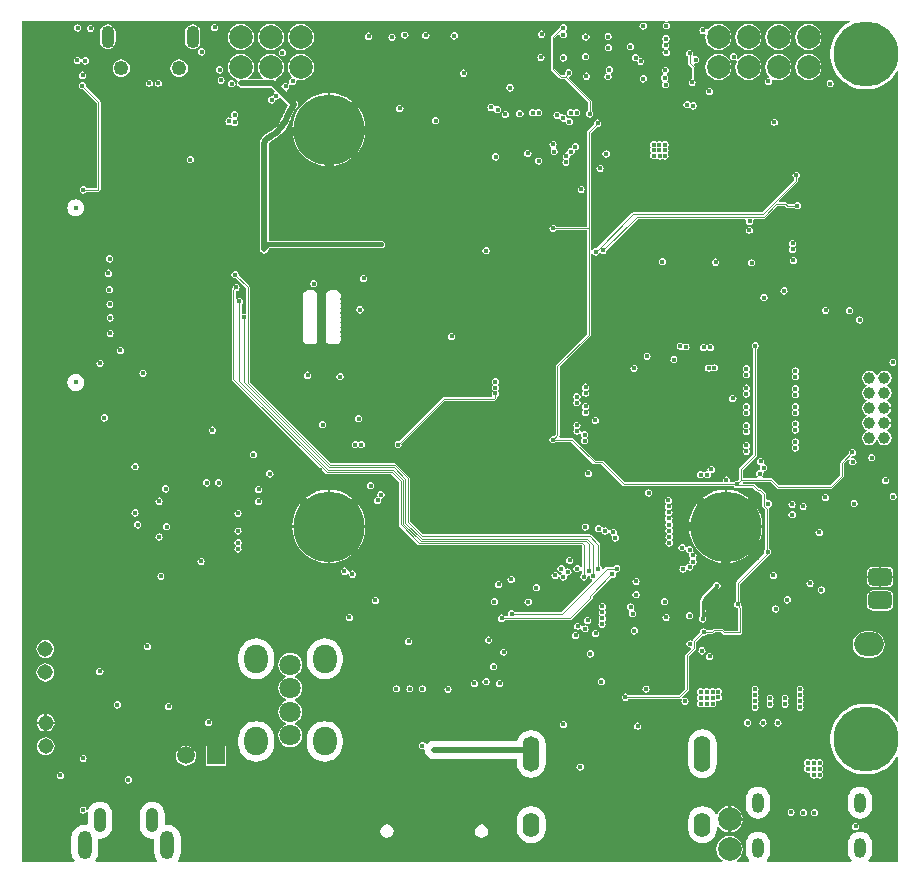
<source format=gbr>
%FSTAX23Y23*%
%MOIN*%
%SFA1B1*%

%IPPOS*%
%AMD100*
4,1,8,-0.039400,0.014800,-0.039400,-0.014800,-0.024600,-0.029500,0.024600,-0.029500,0.039400,-0.014800,0.039400,0.014800,0.024600,0.029500,-0.024600,0.029500,-0.039400,0.014800,0.0*
1,1,0.029528,-0.024600,0.014800*
1,1,0.029528,-0.024600,-0.014800*
1,1,0.029528,0.024600,-0.014800*
1,1,0.029528,0.024600,0.014800*
%
%ADD10C,0.010000*%
%ADD12C,0.004000*%
%ADD68C,0.008000*%
%ADD71C,0.015000*%
%ADD72C,0.020000*%
%ADD80C,0.030000*%
%ADD81R,0.127000X0.094000*%
%ADD82O,0.047244X0.094488*%
%ADD83O,0.041339X0.082677*%
%ADD84C,0.059055*%
%ADD85R,0.059055X0.059055*%
%ADD87C,0.051496*%
%ADD88O,0.078740X0.094488*%
%ADD89C,0.078740*%
%ADD90O,0.039370X0.066929*%
%ADD91C,0.236220*%
%ADD92C,0.216535*%
%ADD93O,0.043307X0.074803*%
%ADD94C,0.049212*%
%ADD95C,0.039370*%
%ADD96O,0.055118X0.118110*%
%ADD97O,0.055118X0.122047*%
%ADD98O,0.055118X0.082677*%
%ADD99C,0.070866*%
G04~CAMADD=100~8~0.0~0.0~590.6~787.4~147.6~0.0~15~0.0~0.0~0.0~0.0~0~0.0~0.0~0.0~0.0~0~0.0~0.0~0.0~90.0~788.0~591.0*
%ADD100D100*%
%ADD101O,0.098425X0.078740*%
%ADD102C,0.015748*%
%LNx98_carrier_v1r2_12082022_copper_signal_1-1*%
%LPD*%
G36*
X02775Y02814D02*
X02762Y02807D01*
X0275Y02797*
X02739Y02786*
X0273Y02774*
X02722Y02761*
X02716Y02746*
X02712Y02731*
X0271Y02716*
Y027*
X02712Y02685*
X02716Y0267*
X02722Y02656*
X0273Y02642*
X02739Y0263*
X0275Y02619*
X02762Y0261*
X02776Y02602*
X0279Y02596*
X02805Y02592*
X0282Y0259*
X02836*
X02851Y02592*
X02866Y02596*
X0288Y02602*
X02894Y0261*
X02906Y02619*
X02917Y0263*
X02926Y02642*
X02931Y02651*
X02936Y0265*
Y00483*
X02931Y00482*
X02926Y0049*
X02917Y00503*
X02906Y00514*
X02894Y00523*
X0288Y00531*
X02866Y00537*
X02851Y00541*
X02836Y00543*
X0282*
X02805Y00541*
X0279Y00537*
X02776Y00531*
X02762Y00523*
X0275Y00514*
X02739Y00503*
X0273Y0049*
X02722Y00477*
X02716Y00463*
X02712Y00448*
X0271Y00432*
Y00417*
X02712Y00402*
X02716Y00387*
X02722Y00372*
X0273Y00359*
X02739Y00347*
X0275Y00336*
X02762Y00326*
X02776Y00319*
X0279Y00313*
X02805Y00309*
X0282Y00307*
X02836*
X02851Y00309*
X02866Y00313*
X0288Y00319*
X02894Y00326*
X02906Y00336*
X02917Y00347*
X02926Y00359*
X02931Y00368*
X02936Y00366*
Y00015*
X02838*
X02836Y0002*
X02837Y0002*
X02843Y00029*
X02847Y00038*
X02849Y00049*
Y00076*
X02847Y00087*
X02843Y00096*
X02837Y00105*
X02829Y00111*
X02819Y00115*
X02809Y00116*
X02798Y00115*
X02789Y00111*
X0278Y00105*
X02774Y00096*
X0277Y00087*
X02769Y00076*
Y00049*
X0277Y00038*
X02774Y00029*
X0278Y0002*
X02781Y0002*
X02779Y00015*
X02498*
X02497Y00018*
X02497Y0002*
X02503Y00029*
X02507Y00038*
X02508Y00049*
Y00076*
X02507Y00086*
X02503Y00096*
X02497Y00104*
X02488Y00111*
X02479Y00115*
X02468Y00116*
X02458Y00115*
X02448Y00111*
X0244Y00104*
X02434Y00096*
X0243Y00086*
X02428Y00076*
Y00049*
X0243Y00038*
X02434Y00029*
X0244Y0002*
X0244Y00018*
X02439Y00015*
X02398*
X02397Y0002*
X02405Y00026*
X02412Y00035*
X02416Y00046*
X02418Y00057*
X02416Y00069*
X02412Y00079*
X02405Y00088*
X02396Y00095*
X02385Y001*
X02374Y00101*
X02363Y001*
X02352Y00095*
X02343Y00088*
X02336Y00079*
X02332Y00069*
X0233Y00057*
X02332Y00046*
X02336Y00035*
X02343Y00026*
X02351Y0002*
X02349Y00015*
X00536*
X00534Y0002*
X00538Y00026*
X00543Y00036*
X00544Y00048*
Y00095*
X00543Y00107*
X00538Y00117*
X00531Y00126*
X00522Y00133*
X00511Y00138*
X005Y00139*
X00495Y00138*
X00491Y00142*
Y00175*
X00489Y00185*
X00485Y00195*
X00479Y00204*
X0047Y0021*
X0046Y00214*
X0045Y00216*
X00439Y00214*
X00429Y0021*
X00421Y00204*
X00414Y00195*
X0041Y00185*
X00409Y00175*
Y00134*
X0041Y00123*
X00414Y00113*
X00421Y00105*
X00429Y00098*
X00439Y00094*
X0045Y00092*
X00452Y00093*
X00456Y0009*
Y00048*
X00458Y00036*
X00462Y00026*
X00466Y0002*
X00464Y00015*
X00261*
X00258Y0002*
X00263Y00026*
X00267Y00036*
X00268Y00048*
Y0009*
X00272Y00093*
X00275Y00092*
X00285Y00094*
X00295Y00098*
X00304Y00105*
X0031Y00113*
X00314Y00123*
X00316Y00134*
Y00175*
X00314Y00185*
X0031Y00195*
X00304Y00204*
X00295Y0021*
X00285Y00214*
X00275Y00216*
X00264Y00214*
X00254Y0021*
X00246Y00204*
X00239Y00195*
X00236Y00188*
X00234Y00188*
X00231Y00189*
X0023Y00193*
X00228Y00197*
X00224Y00199*
X00219Y002*
X00214Y00199*
X00211Y00197*
X00208Y00193*
X00207Y00188*
X00208Y00183*
X00211Y00179*
X00214Y00177*
X00219Y00176*
X00224Y00177*
X00228Y00179*
X0023Y00182*
X00234Y0018*
X00234Y00175*
Y00142*
X0023Y00138*
X00224Y00139*
X00213Y00138*
X00202Y00133*
X00193Y00126*
X00186Y00117*
X00182Y00107*
X0018Y00095*
Y00048*
X00182Y00036*
X00186Y00026*
X00191Y0002*
X00188Y00015*
X00015*
Y02819*
X02158*
X02161Y02815*
X02161Y02814*
X02161Y02814*
X02159Y02813*
X02155Y02811*
X02152Y02807*
X02151Y02802*
X02152Y02798*
X02155Y02794*
X02159Y02791*
X02163Y0279*
X02168Y02791*
X02172Y02794*
X02174Y02798*
X02175Y02802*
X02174Y02807*
X02172Y02811*
X02168Y02813*
X02166Y02814*
X02166Y02814*
X02166Y02815*
X02169Y02819*
X02775*
X02775Y02814*
G37*
%LNx98_carrier_v1r2_12082022_copper_signal_1-2*%
%LPC*%
G36*
X02337Y02808D02*
X02325Y02807D01*
X02315Y02802*
X02306Y02795*
X02301Y0279*
X02296Y02791*
X02296Y02792*
X02293Y02796*
X02289Y02798*
X02285Y02799*
X0228Y02798*
X02276Y02796*
X02274Y02792*
X02273Y02787*
X02274Y02783*
X02276Y02779*
X0228Y02776*
X02285Y02775*
X02289Y02776*
X02294Y02773*
X02293Y02764*
X02294Y02753*
X02299Y02743*
X02306Y02734*
X02315Y02727*
X02325Y02722*
X02337Y02721*
X02348Y02722*
X02358Y02727*
X02367Y02734*
X02374Y02743*
X02379Y02753*
X0238Y02764*
X02379Y02776*
X02374Y02786*
X02367Y02795*
X02358Y02802*
X02348Y02807*
X02337Y02808*
G37*
G36*
X02086Y02813D02*
X02081Y02812D01*
X02077Y0281*
X02074Y02806*
X02073Y02801*
X02074Y02797*
X02077Y02793*
X02081Y0279*
X02086Y02789*
X0209Y0279*
X02094Y02793*
X02097Y02797*
X02098Y02801*
X02097Y02806*
X02094Y0281*
X0209Y02812*
X02086Y02813*
G37*
G36*
X00657Y02809D02*
X00653Y02808D01*
X00649Y02805*
X00646Y02801*
X00645Y02797*
X00646Y02792*
X00649Y02788*
X00653Y02785*
X00657Y02784*
X00662Y02785*
X00666Y02788*
X00668Y02792*
X00669Y02797*
X00668Y02801*
X00666Y02805*
X00662Y02808*
X00657Y02809*
G37*
G36*
X00201Y02807D02*
X00196Y02806D01*
X00192Y02804*
X0019Y028*
X00189Y02795*
X0019Y02791*
X00192Y02787*
X00196Y02784*
X00201Y02783*
X00206Y02784*
X0021Y02787*
X00212Y02791*
X00213Y02795*
X00212Y028*
X0021Y02804*
X00206Y02806*
X00201Y02807*
G37*
G36*
X00244Y02806D02*
X00239Y02806D01*
X00235Y02803*
X00233Y02799*
X00232Y02794*
X00233Y0279*
X00235Y02786*
X00239Y02783*
X00244Y02782*
X00249Y02783*
X00253Y02786*
X00255Y0279*
X00256Y02794*
X00255Y02799*
X00253Y02803*
X00249Y02806*
X00244Y02806*
G37*
G36*
X01747Y02787D02*
X01742Y02786D01*
X01738Y02783*
X01736Y02779*
X01735Y02774*
X01736Y0277*
X01738Y02766*
X01742Y02763*
X01747Y02762*
X01752Y02763*
X01755Y02766*
X01758Y0277*
X01759Y02774*
X01758Y02779*
X01755Y02783*
X01752Y02786*
X01747Y02787*
G37*
G36*
X0182Y02808D02*
X01815Y02807D01*
X01811Y02805*
X01808Y02801*
X01808Y02798*
X01779Y02769*
X01777Y02764*
Y02659*
X01779Y02654*
X01806Y02627*
X01811Y02625*
X01825*
X01901Y02549*
Y02518*
X01899Y02517*
X01896Y02513*
X01895Y02508*
X01896Y02504*
X01899Y025*
X01903Y02497*
X01907Y02496*
X01912Y02497*
X01916Y025*
X01918Y02504*
X01919Y02508*
X01918Y02513*
X01916Y02517*
X01914Y02518*
Y02548*
X01915Y0255*
X01913Y02555*
X01839Y02628*
X01841Y02634*
X01843Y02634*
X01846Y02637*
X01849Y02641*
X0185Y02645*
X01849Y0265*
X01846Y02654*
X01843Y02657*
X01838Y02657*
X01833Y02657*
X01829Y02654*
X01827Y0265*
X01826Y02645*
X01826Y02643*
X01823Y02639*
X01822Y02638*
X01813*
X0179Y02661*
Y02762*
X01803Y02774*
X01804Y02774*
X01808Y02772*
X01808Y02769*
X01811Y02765*
X01815Y02762*
X0182Y02761*
X01824Y02762*
X01828Y02765*
X01831Y02769*
X01832Y02773*
X01831Y02778*
X01828Y02782*
X01828Y02788*
X01831Y02792*
X01832Y02796*
X01831Y02801*
X01828Y02805*
X01824Y02807*
X0182Y02808*
G37*
G36*
X01292Y02784D02*
X01287Y02783D01*
X01283Y0278*
X0128Y02776*
X01279Y02772*
X0128Y02767*
X01283Y02763*
X01287Y0276*
X01292Y02759*
X01296Y0276*
X013Y02763*
X01303Y02767*
X01304Y02772*
X01303Y02776*
X013Y0278*
X01296Y02783*
X01292Y02784*
G37*
G36*
X01362Y02783D02*
X01357Y02782D01*
X01353Y02779*
X0135Y02775*
X01349Y02771*
X0135Y02766*
X01353Y02762*
X01357Y02759*
X01362Y02758*
X01366Y02759*
X0137Y02762*
X01373Y02766*
X01374Y02771*
X01373Y02775*
X0137Y02779*
X01366Y02782*
X01362Y02783*
G37*
G36*
X01456Y02781D02*
X01451Y0278D01*
X01447Y02777*
X01444Y02773*
X01443Y02769*
X01444Y02764*
X01447Y0276*
X01451Y02757*
X01456Y02756*
X0146Y02757*
X01464Y0276*
X01467Y02764*
X01468Y02769*
X01467Y02773*
X01464Y02777*
X0146Y0278*
X01456Y02781*
G37*
G36*
X01171Y0278D02*
X01166Y02779D01*
X01162Y02776*
X01159Y02772*
X01158Y02768*
X01159Y02763*
X01162Y02759*
X01166Y02756*
X01171Y02755*
X01175Y02756*
X01179Y02759*
X01182Y02763*
X01183Y02768*
X01182Y02772*
X01179Y02776*
X01175Y02779*
X01171Y0278*
G37*
G36*
X01969Y02778D02*
X01964Y02777D01*
X0196Y02774*
X01958Y02771*
X01957Y02766*
X01958Y02761*
X0196Y02757*
X01964Y02755*
X01969Y02754*
X01973Y02755*
X01977Y02757*
X0198Y02761*
X01981Y02766*
X0198Y02771*
X01977Y02774*
X01973Y02777*
X01969Y02778*
G37*
G36*
X01894Y02777D02*
X0189Y02776D01*
X01886Y02773*
X01883Y0277*
X01882Y02765*
X01883Y0276*
X01886Y02756*
X0189Y02754*
X01894Y02753*
X01899Y02754*
X01903Y02756*
X01906Y0276*
X01907Y02765*
X01906Y0277*
X01903Y02773*
X01899Y02776*
X01894Y02777*
G37*
G36*
X01249Y02776D02*
X01244Y02775D01*
X0124Y02772*
X01237Y02768*
X01236Y02764*
X01237Y02759*
X0124Y02755*
X01244Y02752*
X01249Y02751*
X01253Y02752*
X01257Y02755*
X0126Y02759*
X01261Y02764*
X0126Y02768*
X01257Y02772*
X01253Y02775*
X01249Y02776*
G37*
G36*
X00584Y02807D02*
X00577Y02806D01*
X00571Y02803*
X00566Y02799*
X00562Y02794*
X00559Y02788*
X00558Y02781*
Y0275*
X00559Y02743*
X00562Y02737*
X00566Y02731*
X00571Y02727*
X00577Y02725*
X00584Y02724*
X00591Y02725*
X00597Y02727*
X00602Y02731*
X00607Y02737*
X00609Y02743*
X0061Y0275*
Y02781*
X00609Y02788*
X00607Y02794*
X00602Y02799*
X00597Y02803*
X00591Y02806*
X00584Y02807*
G37*
G36*
X00301D02*
X00294Y02806D01*
X00288Y02803*
X00282Y02799*
X00278Y02794*
X00276Y02788*
X00275Y02781*
Y0275*
X00276Y02743*
X00278Y02737*
X00282Y02731*
X00288Y02727*
X00294Y02725*
X00301Y02724*
X00307Y02725*
X00314Y02727*
X00319Y02731*
X00323Y02737*
X00326Y02743*
X00327Y0275*
Y02781*
X00326Y02788*
X00323Y02794*
X00319Y02799*
X00314Y02803*
X00307Y02806*
X00301Y02807*
G37*
G36*
X02043Y02745D02*
X02039Y02744D01*
X02035Y02742*
X02032Y02738*
X02031Y02733*
X02032Y02728*
X02035Y02724*
X02039Y02722*
X02043Y02721*
X02048Y02722*
X02052Y02724*
X02055Y02728*
X02055Y02733*
X02055Y02738*
X02052Y02742*
X02048Y02744*
X02043Y02745*
G37*
G36*
X00944Y02808D02*
X00933Y02807D01*
X00923Y02802*
X00913Y02795*
X00907Y02786*
X00902Y02776*
X00901Y02764*
X00902Y02753*
X00907Y02743*
X00913Y02734*
X00923Y02727*
X00933Y02722*
X00944Y02721*
X00956Y02722*
X00966Y02727*
X00975Y02734*
X00982Y02743*
X00987Y02753*
X00988Y02764*
X00987Y02776*
X00982Y02786*
X00975Y02795*
X00966Y02802*
X00956Y02807*
X00944Y02808*
G37*
G36*
X00844D02*
X00833Y02807D01*
X00823Y02802*
X00813Y02795*
X00807Y02786*
X00802Y02776*
X00801Y02764*
X00802Y02753*
X00807Y02743*
X00813Y02734*
X00823Y02727*
X00833Y02722*
X00844Y02721*
X00856Y02722*
X00866Y02727*
X00875Y02734*
X00882Y02743*
X00887Y02753*
X00888Y02764*
X00887Y02776*
X00882Y02786*
X00875Y02795*
X00866Y02802*
X00856Y02807*
X00844Y02808*
G37*
G36*
X00744D02*
X00733Y02807D01*
X00723Y02802*
X00713Y02795*
X00707Y02786*
X00702Y02776*
X00701Y02764*
X00702Y02753*
X00707Y02743*
X00713Y02734*
X00723Y02727*
X00733Y02722*
X00744Y02721*
X00756Y02722*
X00766Y02727*
X00775Y02734*
X00782Y02743*
X00787Y02753*
X00788Y02764*
X00787Y02776*
X00782Y02786*
X00775Y02795*
X00766Y02802*
X00756Y02807*
X00744Y02808*
G37*
G36*
X02637Y02808D02*
X02625Y02807D01*
X02615Y02802*
X02606Y02795*
X02599Y02786*
X02594Y02776*
X02593Y02764*
X02594Y02753*
X02599Y02743*
X02606Y02734*
X02615Y02727*
X02625Y02722*
X02637Y02721*
X02648Y02722*
X02658Y02727*
X02667Y02734*
X02674Y02743*
X02679Y02753*
X0268Y02764*
X02679Y02776*
X02674Y02786*
X02667Y02795*
X02658Y02802*
X02648Y02807*
X02637Y02808*
G37*
G36*
X02537D02*
X02525Y02807D01*
X02515Y02802*
X02506Y02795*
X02499Y02786*
X02494Y02776*
X02493Y02764*
X02494Y02753*
X02499Y02743*
X02506Y02734*
X02515Y02727*
X02525Y02722*
X02537Y02721*
X02548Y02722*
X02558Y02727*
X02567Y02734*
X02574Y02743*
X02579Y02753*
X0258Y02764*
X02579Y02776*
X02574Y02786*
X02567Y02795*
X02558Y02802*
X02548Y02807*
X02537Y02808*
G37*
G36*
X02437D02*
X02425Y02807D01*
X02415Y02802*
X02406Y02795*
X02399Y02786*
X02394Y02776*
X02393Y02764*
X02394Y02753*
X02399Y02743*
X02406Y02734*
X02415Y02727*
X02425Y02722*
X02437Y02721*
X02448Y02722*
X02458Y02727*
X02467Y02734*
X02474Y02743*
X02479Y02753*
X0248Y02764*
X02479Y02776*
X02474Y02786*
X02467Y02795*
X02458Y02802*
X02448Y02807*
X02437Y02808*
G37*
G36*
X0197Y02741D02*
X01965Y0274D01*
X01961Y02737*
X01959Y02733*
X01958Y02729*
X01959Y02724*
X01961Y0272*
X01965Y02718*
X0197Y02717*
X01975Y02718*
X01979Y0272*
X01981Y02724*
X01982Y02729*
X01981Y02733*
X01979Y02737*
X01975Y0274*
X0197Y02741*
G37*
G36*
X00614Y02727D02*
X00609Y02727D01*
X00605Y02724*
X00603Y0272*
X00602Y02715*
X00603Y02711*
X00605Y02707*
X00609Y02704*
X00614Y02703*
X00618Y02704*
X00622Y02707*
X00625Y02711*
X00626Y02715*
X00625Y0272*
X00622Y02724*
X00618Y02727*
X00614Y02727*
G37*
G36*
X02162Y02771D02*
X02157Y02771D01*
X02153Y02768*
X02151Y02764*
X0215Y02759*
X02151Y02755*
X02153Y02752*
X02153Y02751*
X02152Y02746*
X0215Y02742*
X02149Y02738*
X0215Y02733*
X02152Y02729*
X02154Y02728*
X02154Y02722*
X02154Y02722*
X02151Y02719*
X0215Y02714*
X02151Y02709*
X02154Y02705*
X02158Y02703*
X02163Y02702*
X02167Y02703*
X02171Y02705*
X02174Y02709*
X02175Y02714*
X02174Y02719*
X02171Y02722*
X0217Y02723*
X02169Y02729*
X0217Y02729*
X02172Y02733*
X02173Y02738*
X02172Y02742*
X0217Y02745*
X02169Y02746*
X02171Y02751*
X02173Y02755*
X02174Y02759*
X02173Y02764*
X02171Y02768*
X02167Y02771*
X02162Y02771*
G37*
G36*
X00883Y02725D02*
X00879Y02724D01*
X00875Y02721*
X00872Y02717*
X00871Y02713*
X00872Y02708*
X00875Y02704*
X00879Y02701*
X00883Y02701*
X00888Y02701*
X00892Y02704*
X00895Y02708*
X00895Y02713*
X00895Y02717*
X00892Y02721*
X00888Y02724*
X00883Y02725*
G37*
G36*
X01894Y02711D02*
X01889Y0271D01*
X01885Y02707*
X01882Y02703*
X01882Y02699*
X01882Y02694*
X01885Y0269*
X01889Y02687*
X01894Y02687*
X01898Y02687*
X01902Y0269*
X01905Y02694*
X01906Y02699*
X01905Y02703*
X01902Y02707*
X01898Y0271*
X01894Y02711*
G37*
G36*
X01745Y02709D02*
X0174Y02708D01*
X01736Y02705*
X01734Y02702*
X01733Y02697*
X01734Y02692*
X01736Y02688*
X0174Y02686*
X01745Y02685*
X01749Y02686*
X01753Y02688*
X01756Y02692*
X01757Y02697*
X01756Y02702*
X01753Y02705*
X01749Y02708*
X01745Y02709*
G37*
G36*
X0182Y02707D02*
X01816Y02707D01*
X01812Y02704*
X01809Y027*
X01808Y02695*
X01809Y02691*
X01812Y02687*
X01816Y02684*
X0182Y02683*
X01825Y02684*
X01829Y02687*
X01832Y02691*
X01833Y02695*
X01832Y027*
X01829Y02704*
X01825Y02707*
X0182Y02707*
G37*
G36*
X02241Y02722D02*
X02236Y02721D01*
X02232Y02719*
X02229Y02715*
X02228Y0271*
X02229Y02706*
X02232Y02702*
X02234Y027*
Y02678*
X02236Y02673*
X02247Y02662*
Y02625*
X02245Y02625*
X02241Y02622*
X02238Y02618*
X02237Y02614*
X02238Y02609*
X02241Y02605*
X02245Y02603*
X02249Y02602*
X02254Y02603*
X02258Y02605*
X0226Y02609*
X02261Y02614*
X0226Y02618*
X02259Y0262*
X0226Y02621*
Y02665*
X02258Y02669*
X02254Y02673*
X02257Y02677*
X02261Y02677*
X02265Y02678*
X02269Y0268*
X02272Y02684*
X02273Y02689*
X02272Y02694*
X02269Y02697*
X02265Y027*
X02261Y02701*
X02256Y027*
X0225Y02702*
X0225Y02703*
X02252Y02706*
X02253Y0271*
X02252Y02715*
X02249Y02719*
X02245Y02721*
X02241Y02722*
G37*
G36*
X002Y02699D02*
X00196Y02698D01*
X00192Y02695*
X00189Y02691*
X00188Y02687*
X00189Y02682*
X00192Y02678*
X00196Y02675*
X002Y02674*
X00205Y02675*
X00209Y02678*
X0021Y0268*
X00212Y0268*
X00216Y0268*
X00218Y02677*
X00222Y02674*
X00226Y02673*
X00231Y02674*
X00235Y02677*
X00237Y02681*
X00238Y02686*
X00237Y0269*
X00235Y02694*
X00231Y02697*
X00226Y02698*
X00222Y02697*
X00218Y02694*
X00216Y02692*
X00215Y02692*
X00211Y02692*
X00209Y02695*
X00205Y02698*
X002Y02699*
G37*
G36*
X02061Y02708D02*
X02056Y02707D01*
X02052Y02705*
X02049Y02701*
X02048Y02696*
X02049Y02691*
X02052Y02687*
X02056Y02685*
X02061Y02684*
X02061Y02684*
X02065Y02684*
X02066Y0268*
X02067Y0268*
X02069Y02676*
X02073Y02673*
X02078Y02672*
X02082Y02673*
X02086Y02676*
X02089Y0268*
X0209Y02684*
X02089Y02689*
X02086Y02693*
X02082Y02696*
X02078Y02696*
X02077Y02696*
X02073Y02696*
X02072Y027*
X02072Y02701*
X02069Y02705*
X02065Y02707*
X02061Y02708*
G37*
G36*
X00674Y02667D02*
X00669Y02667D01*
X00665Y02664*
X00663Y0266*
X00662Y02655*
X00663Y02651*
X00665Y02647*
X00669Y02644*
X00674Y02643*
X00678Y02644*
X00682Y02647*
X00685Y02651*
X00686Y02655*
X00685Y0266*
X00682Y02664*
X00678Y02667*
X00674Y02667*
G37*
G36*
X01487Y02657D02*
X01482Y02656D01*
X01478Y02653*
X01475Y02649*
X01474Y02645*
X01475Y0264*
X01478Y02636*
X01482Y02633*
X01487Y02632*
X01491Y02633*
X01495Y02636*
X01498Y0264*
X01499Y02645*
X01498Y02649*
X01495Y02653*
X01491Y02656*
X01487Y02657*
G37*
G36*
X00539Y0269D02*
X00531Y02689D01*
X00524Y02686*
X00518Y02681*
X00514Y02675*
X00511Y02668*
X0051Y02661*
X00511Y02653*
X00514Y02646*
X00518Y02641*
X00524Y02636*
X00531Y02633*
X00539Y02632*
X00546Y02633*
X00553Y02636*
X00559Y02641*
X00564Y02646*
X00567Y02653*
X00568Y02661*
X00567Y02668*
X00564Y02675*
X00559Y02681*
X00553Y02686*
X00546Y02689*
X00539Y0269*
G37*
G36*
X00346D02*
X00338Y02689D01*
X00332Y02686*
X00326Y02681*
X00321Y02675*
X00318Y02668*
X00317Y02661*
X00318Y02653*
X00321Y02646*
X00326Y02641*
X00332Y02636*
X00338Y02633*
X00346Y02632*
X00353Y02633*
X0036Y02636*
X00366Y02641*
X00371Y02646*
X00374Y02653*
X00375Y02661*
X00374Y02668*
X00371Y02675*
X00366Y02681*
X0036Y02686*
X00353Y02689*
X00346Y0269*
G37*
G36*
X00217Y0265D02*
X00213Y02649D01*
X00209Y02646*
X00206Y02642*
X00205Y02638*
X00206Y02633*
X00209Y02629*
X00213Y02626*
X00217Y02625*
X00222Y02626*
X00226Y02629*
X00228Y02633*
X00229Y02638*
X00228Y02642*
X00226Y02646*
X00222Y02649*
X00217Y0265*
G37*
G36*
X01896Y02647D02*
X01892Y02646D01*
X01888Y02643*
X01885Y02639*
X01884Y02635*
X01885Y0263*
X01888Y02626*
X01892Y02623*
X01896Y02623*
X01901Y02623*
X01905Y02626*
X01907Y0263*
X01908Y02635*
X01907Y02639*
X01905Y02643*
X01901Y02646*
X01896Y02647*
G37*
G36*
X01973Y02668D02*
X01969Y02667D01*
X01965Y02665*
X01962Y02661*
X01961Y02656*
X01962Y02651*
X01963Y02649*
X01964Y02646*
X01962Y02643*
X0196Y02642*
X01957Y02638*
X01956Y02633*
X01957Y02629*
X0196Y02625*
X01964Y02622*
X01969Y02621*
X01973Y02622*
X01977Y02625*
X0198Y02629*
X01981Y02633*
X0198Y02638*
X01978Y0264*
X01978Y02643*
X0198Y02646*
X01982Y02647*
X01985Y02651*
X01985Y02656*
X01985Y02661*
X01982Y02665*
X01978Y02667*
X01973Y02668*
G37*
G36*
X02637Y02708D02*
X02625Y02707D01*
X02615Y02702*
X02606Y02695*
X02599Y02686*
X02594Y02676*
X02593Y02664*
X02594Y02653*
X02599Y02643*
X02606Y02634*
X02615Y02627*
X02625Y02622*
X02637Y02621*
X02648Y02622*
X02658Y02627*
X02667Y02634*
X02674Y02643*
X02679Y02653*
X0268Y02664*
X02679Y02676*
X02674Y02686*
X02667Y02695*
X02658Y02702*
X02648Y02707*
X02637Y02708*
G37*
G36*
X02537D02*
X02525Y02707D01*
X02515Y02702*
X02506Y02695*
X02499Y02686*
X02494Y02676*
X02493Y02664*
X02494Y02653*
X02499Y02643*
X02505Y02634*
X02505Y02632*
X02503Y02629*
X02498Y02628*
X02494Y02626*
X02492Y02622*
X02491Y02617*
X02492Y02613*
X02494Y02609*
X02498Y02606*
X02503Y02605*
X02508Y02606*
X02512Y02609*
X02514Y02613*
X02515Y02617*
X02514Y02621*
X02516Y02623*
X02518Y02625*
X02525Y02622*
X02537Y02621*
X02548Y02622*
X02558Y02627*
X02567Y02634*
X02574Y02643*
X02579Y02653*
X0258Y02664*
X02579Y02676*
X02574Y02686*
X02567Y02695*
X02558Y02702*
X02548Y02707*
X02537Y02708*
G37*
G36*
X02388Y02711D02*
X02383Y0271D01*
X02379Y02707*
X02376Y02704*
X02375Y02699*
X02376Y02694*
X02379Y0269*
X02383Y02688*
X02388Y02687*
X02392Y02688*
X02393Y02688*
X02394Y02688*
X02397Y02682*
X02394Y02676*
X02393Y02664*
X02394Y02653*
X02399Y02643*
X02406Y02634*
X02415Y02627*
X02425Y02622*
X02437Y02621*
X02448Y02622*
X02458Y02627*
X02467Y02634*
X02474Y02643*
X02479Y02653*
X0248Y02664*
X02479Y02676*
X02474Y02686*
X02467Y02695*
X02458Y02702*
X02448Y02707*
X02437Y02708*
X02425Y02707*
X02415Y02702*
X02406Y02695*
X02403Y02692*
X02399Y02694*
X024Y02699*
X02399Y02704*
X02396Y02707*
X02392Y0271*
X02388Y02711*
G37*
G36*
X02337Y02708D02*
X02325Y02707D01*
X02315Y02702*
X02306Y02695*
X02299Y02686*
X02294Y02676*
X02293Y02664*
X02294Y02653*
X02299Y02643*
X02306Y02634*
X02315Y02627*
X02325Y02622*
X02337Y02621*
X02348Y02622*
X02358Y02627*
X02367Y02634*
X02374Y02643*
X02379Y02653*
X0238Y02664*
X02379Y02676*
X02374Y02686*
X02367Y02695*
X02358Y02702*
X02348Y02707*
X02337Y02708*
G37*
G36*
X02086Y02638D02*
X02081Y02637D01*
X02077Y02634*
X02075Y0263*
X02074Y02625*
X02075Y02621*
X02077Y02617*
X02081Y02614*
X02086Y02613*
X0209Y02614*
X02094Y02617*
X02097Y02621*
X02098Y02625*
X02097Y0263*
X02094Y02634*
X0209Y02637*
X02086Y02638*
G37*
G36*
X00944Y02708D02*
X00933Y02707D01*
X00923Y02702*
X00913Y02695*
X00907Y02686*
X00902Y02676*
X00901Y02664*
X00902Y02653*
X00907Y02643*
X00913Y02634*
X00914Y02633*
X00912Y02628*
X00912Y02628*
X00908Y02625*
X00905Y02621*
X00904Y02617*
X00905Y02613*
X00904Y02611*
X00901Y02609*
X00899Y02611*
X00894Y02612*
X0089Y02611*
X00886Y02608*
X00883Y02605*
X00883Y02604*
X00878Y02603*
X00862Y02619*
X00862Y02625*
X00866Y02627*
X00875Y02634*
X00882Y02643*
X00887Y02653*
X00888Y02664*
X00887Y02676*
X00882Y02686*
X00875Y02695*
X00866Y02702*
X00856Y02707*
X00844Y02708*
X00833Y02707*
X00823Y02702*
X00813Y02695*
X00807Y02686*
X00802Y02676*
X00801Y02664*
X00802Y02653*
X00807Y02643*
X00813Y02634*
X00819Y02629*
X00818Y02624*
X00771*
X00769Y02629*
X00775Y02634*
X00782Y02643*
X00787Y02653*
X00788Y02664*
X00787Y02676*
X00782Y02686*
X00775Y02695*
X00766Y02702*
X00756Y02707*
X00744Y02708*
X00733Y02707*
X00723Y02702*
X00713Y02695*
X00707Y02686*
X00702Y02676*
X00701Y02664*
X00702Y02653*
X00707Y02643*
X00713Y02634*
X00723Y02627*
X00732Y02623*
X00734Y02619*
X00734Y02617*
X00733Y02615*
X00732Y0261*
X00733Y02604*
X00736Y026*
X00741Y02597*
X00746Y02595*
X00845*
X00857Y02584*
X00856Y02578*
X00854Y02576*
X00851Y02572*
X0085Y02568*
X00847Y02567*
X00847Y02567*
X00842Y02566*
X00838Y02564*
X00836Y0256*
X00835Y02555*
X00836Y02551*
X00838Y02547*
X00842Y02544*
X00847Y02543*
X00851Y02544*
X00855Y02547*
X00858Y02551*
X00859Y02555*
X00862Y02556*
X00862Y02556*
X00867Y02557*
X00871Y02559*
X00872Y02561*
X00878Y02563*
X00903Y02538*
X00898Y02531*
X00887Y02508*
X00886Y02507*
X00885Y02502*
X0088Y02491*
X00871Y02476*
X0086Y02463*
X00846Y02452*
X00833Y02444*
X00829Y02441*
X00826Y0244*
X00825Y02439*
X00819Y02435*
X00814Y02427*
X0081Y02419*
X00809Y0241*
X00809Y0241*
X00809Y0241*
Y02057*
X0081Y02051*
X00813Y02047*
X00818Y02044*
X00823Y02043*
X00829Y02044*
X00833Y02047*
X00836Y02051*
X00838Y02057*
Y0206*
X00839Y02062*
X01211*
X01213Y02061*
X01218Y02062*
X01222Y02065*
X01224Y02069*
X01225Y02074*
X01224Y02078*
X01222Y02082*
X01218Y02085*
X01213Y02086*
X01211Y02085*
X00838*
Y0241*
X00837Y02411*
X00838Y02412*
X00841Y02415*
X00845Y02417*
X00845Y02418*
X00863Y02429*
X0088Y02443*
X00894Y02459*
X00905Y02478*
X00909Y02487*
X0091Y02488*
X0091Y02488*
X00909Y02487*
X00909Y02487*
Y02487*
X00909Y02487*
X0091Y02488*
X0091Y02488*
X00911Y02492*
X00913Y02497*
X00923Y02517*
X00933Y02532*
X00933Y02532*
X00935Y02535*
X00936Y0254*
X00935Y02546*
X00932Y0255*
X00929Y02552*
X00898Y02583*
X00899Y02589*
X00899Y02589*
X00903Y02591*
X00905Y02595*
X00906Y026*
X00905Y02604*
X00907Y02605*
X0091Y02607*
X00912Y02606*
X00917Y02605*
X00921Y02606*
X00925Y02608*
X00928Y02612*
X00929Y02617*
X00928Y02619*
X00933Y02622*
X00933Y02622*
X00944Y02621*
X00956Y02622*
X00966Y02627*
X00975Y02634*
X00982Y02643*
X00987Y02653*
X00988Y02664*
X00987Y02676*
X00982Y02686*
X00975Y02695*
X00966Y02702*
X00956Y02707*
X00944Y02708*
G37*
G36*
X00679Y02632D02*
X00674Y02632D01*
X0067Y02629*
X00668Y02625*
X00667Y0262*
X00668Y02616*
X0067Y02612*
X00674Y02609*
X00679Y02608*
X00683Y02609*
X00687Y02612*
X0069Y02616*
X00691Y0262*
X0069Y02625*
X00687Y02629*
X00683Y02632*
X00679Y02632*
G37*
G36*
X00469Y02623D02*
X00465Y02622D01*
X00461Y02619*
X00458Y02615*
X00457Y02611*
X00458Y02606*
X00461Y02602*
X00465Y026*
X00469Y02599*
X00474Y026*
X00478Y02602*
X00481Y02606*
X00481Y02611*
X00481Y02615*
X00478Y02619*
X00474Y02622*
X00469Y02623*
G37*
G36*
X00439D02*
X00435Y02622D01*
X00431Y02619*
X00428Y02615*
X00427Y02611*
X00428Y02606*
X00431Y02602*
X00435Y026*
X00439Y02599*
X00444Y026*
X00448Y02602*
X00451Y02606*
X00451Y02611*
X00451Y02615*
X00448Y02619*
X00444Y02622*
X00439Y02623*
G37*
G36*
X02709Y02621D02*
X02704Y0262D01*
X027Y02618*
X02698Y02614*
X02697Y02609*
X02698Y02605*
X027Y02601*
X02704Y02598*
X02709Y02597*
X02714Y02598*
X02718Y02601*
X0272Y02605*
X02721Y02609*
X0272Y02614*
X02718Y02618*
X02714Y0262*
X02709Y02621*
G37*
G36*
X00715Y02621D02*
X0071Y0262D01*
X00706Y02617*
X00703Y02613*
X00702Y02609*
X00703Y02604*
X00706Y026*
X0071Y02598*
X00715Y02597*
X00719Y02598*
X00723Y026*
X00726Y02604*
X00727Y02609*
X00726Y02613*
X00723Y02617*
X00719Y0262*
X00715Y02621*
G37*
G36*
X0216Y02666D02*
X02155Y02665D01*
X02151Y02663*
X02148Y02659*
X02147Y02654*
X02148Y0265*
X02151Y02646*
X02153Y02644*
X02153Y02642*
X02152Y02639*
X02149Y02637*
X02146Y02633*
X02145Y02628*
X02146Y02624*
X02149Y0262*
X0215Y02619*
X02152Y02615*
X02151Y02613*
X02149Y02611*
X02148Y02606*
X02149Y02602*
X02152Y02598*
X02156Y02595*
X02161Y02594*
X02165Y02595*
X02169Y02598*
X02172Y02602*
X02173Y02606*
X02172Y02611*
X02169Y02615*
X02168Y02615*
X02166Y02619*
X02167Y02622*
X02169Y02624*
X0217Y02628*
X02169Y02633*
X02166Y02637*
X02164Y02638*
X02164Y0264*
X02165Y02644*
X02168Y02646*
X02171Y0265*
X02172Y02654*
X02171Y02659*
X02168Y02663*
X02164Y02665*
X0216Y02666*
G37*
G36*
X01642Y02608D02*
X01637Y02607D01*
X01633Y02604*
X01631Y026*
X0163Y02595*
X01631Y02591*
X01633Y02587*
X01637Y02584*
X01642Y02583*
X01647Y02584*
X01651Y02587*
X01653Y02591*
X01654Y02595*
X01653Y026*
X01651Y02604*
X01647Y02607*
X01642Y02608*
G37*
G36*
X02306Y02596D02*
X02302Y02595D01*
X02298Y02592*
X02295Y02588*
X02294Y02584*
X02295Y02579*
X02298Y02575*
X02302Y02572*
X02306Y02571*
X02311Y02572*
X02315Y02575*
X02317Y02579*
X02318Y02584*
X02317Y02588*
X02315Y02592*
X02311Y02595*
X02306Y02596*
G37*
G36*
X02233Y02551D02*
X02228Y02551D01*
X02224Y02548*
X02221Y02544*
X0222Y02539*
X02221Y02535*
X02224Y02531*
X02228Y02528*
X02233Y02527*
X02237Y02528*
X02241Y02531*
X02243Y02527*
X02247Y02524*
X02252Y02523*
X02257Y02524*
X02261Y02527*
X02263Y02531*
X02264Y02536*
X02263Y0254*
X02261Y02544*
X02257Y02547*
X02252Y02548*
X02247Y02547*
X02244Y02544*
X02241Y02548*
X02237Y02551*
X02233Y02551*
G37*
G36*
X01864Y02525D02*
X01859Y02524D01*
X01855Y02522*
X0185Y02523*
X01848Y02524*
X01844Y02525*
X01839Y02524*
X01835Y02521*
X01832Y02517*
X01831Y02513*
X01832Y02508*
X01835Y02504*
X01839Y02501*
X01844Y025*
X01848Y02501*
X01852Y02504*
X01858Y02503*
X01859Y02502*
X01864Y02501*
X01868Y02502*
X01872Y02505*
X01875Y02509*
X01876Y02513*
X01875Y02518*
X01872Y02522*
X01868Y02524*
X01864Y02525*
G37*
G36*
X01737Y02525D02*
X01733Y02524D01*
X01731Y02523*
X01728Y02522*
X01724Y02523*
X01722Y02524*
X01718Y02525*
X01713Y02524*
X01709Y02521*
X01706Y02517*
X01706Y02513*
X01706Y02508*
X01709Y02504*
X01713Y02501*
X01718Y02501*
X01722Y02501*
X01726Y02504*
X01726Y02504*
X01729*
X01733Y02502*
X01737Y02501*
X01742Y02502*
X01746Y02504*
X01749Y02508*
X01749Y02513*
X01749Y02517*
X01746Y02521*
X01742Y02524*
X01737Y02525*
G37*
G36*
X01275Y02539D02*
X0127Y02538D01*
X01266Y02535*
X01263Y02531*
X01262Y02527*
X01263Y02522*
X01266Y02518*
X0127Y02515*
X01275Y02514*
X01279Y02515*
X01283Y02518*
X01286Y02522*
X01287Y02527*
X01286Y02531*
X01283Y02535*
X01279Y02538*
X01275Y02539*
G37*
G36*
X01578Y02542D02*
X01573Y02541D01*
X0157Y02539*
X01567Y02535*
X01566Y0253*
X01567Y02526*
X0157Y02522*
X01573Y02519*
X01578Y02518*
X01583Y02519*
X01584Y0252*
X01589Y02518*
X0159Y02518*
X01592Y02514*
X01596Y02512*
X01601Y02511*
X01605Y02512*
X01609Y02514*
X01612Y02518*
X01613Y02523*
X01612Y02528*
X01609Y02532*
X01605Y02534*
X01601Y02535*
X01596Y02534*
X01595Y02533*
X01589Y02535*
X01589Y02535*
X01587Y02539*
X01583Y02541*
X01578Y02542*
G37*
G36*
X01675Y02521D02*
X0167Y0252D01*
X01666Y02518*
X01663Y02514*
X01662Y02509*
X01663Y02505*
X01666Y02501*
X0167Y02498*
X01675Y02497*
X01679Y02498*
X01683Y02501*
X01686Y02505*
X01687Y02509*
X01686Y02514*
X01683Y02518*
X01679Y0252*
X01675Y02521*
G37*
G36*
X00724Y02518D02*
X0072Y02517D01*
X00716Y02514*
X00713Y0251*
X00712Y02505*
X00713Y02501*
X00715Y02498*
X00711Y02495*
X0071Y02496*
X00705Y02497*
X007Y02496*
X00696Y02493*
X00694Y02489*
X00693Y02485*
X00694Y0248*
X00696Y02476*
X007Y02473*
X00705Y02472*
X0071Y02473*
X00716Y02472*
X0072Y02469*
X00724Y02468*
X00729Y02469*
X00733Y02472*
X00735Y02475*
X00736Y0248*
X00735Y02485*
X00733Y02489*
X00731Y0249*
Y02496*
X00733Y02497*
X00735Y02501*
X00736Y02505*
X00735Y0251*
X00733Y02514*
X00729Y02517*
X00724Y02518*
G37*
G36*
X01626Y02519D02*
X01621Y02518D01*
X01617Y02515*
X01615Y02511*
X01614Y02507*
X01615Y02502*
X01617Y02498*
X01621Y02495*
X01626Y02495*
X0163Y02495*
X01634Y02498*
X01637Y02502*
X01638Y02507*
X01637Y02511*
X01634Y02515*
X0163Y02518*
X01626Y02519*
G37*
G36*
X01394Y02498D02*
X01389Y02497D01*
X01385Y02495*
X01383Y02491*
X01382Y02486*
X01383Y02482*
X01385Y02478*
X01389Y02475*
X01394Y02474*
X01398Y02475*
X01402Y02478*
X01405Y02482*
X01406Y02486*
X01405Y02491*
X01402Y02495*
X01398Y02497*
X01394Y02498*
G37*
G36*
X01798Y02516D02*
X01794Y02515D01*
X0179Y02513*
X01787Y02509*
X01786Y02504*
X01787Y025*
X0179Y02496*
X01794Y02493*
X01798Y02492*
X01802Y02493*
X01803Y02493*
X01806Y02491*
X01807Y0249*
X0181Y02487*
X01814Y02484*
X01818Y02483*
X01822Y02484*
X01823Y02484*
X01828Y02481*
X01828Y02479*
X01831Y02475*
X01835Y02472*
X01839Y02471*
X01844Y02472*
X01848Y02475*
X01851Y02479*
X01851Y02483*
X01851Y02488*
X01848Y02492*
X01844Y02494*
X01839Y02495*
X01835Y02495*
X01834Y02495*
X0183Y02497*
X01829Y025*
X01827Y02504*
X01823Y02506*
X01818Y02507*
X01815Y02507*
X01814Y02506*
X01811Y02508*
X01809Y02509*
X01807Y02513*
X01803Y02515*
X01798Y02516*
G37*
G36*
X02523Y02493D02*
X02518Y02492D01*
X02514Y02489*
X02512Y02485*
X02511Y02481*
X02512Y02476*
X02514Y02472*
X02518Y0247*
X02523Y02469*
X02528Y0247*
X02532Y02472*
X02534Y02476*
X02535Y02481*
X02534Y02485*
X02532Y02489*
X02528Y02492*
X02523Y02493*
G37*
G36*
X01934Y0249D02*
X0193Y02489D01*
X01926Y02486*
X01923Y02482*
X01922Y02478*
X01923Y02475*
X019Y02452*
X01898Y02448*
Y02133*
X01795*
X01794Y02135*
X0179Y02138*
X01785Y02139*
X01781Y02138*
X01777Y02135*
X01774Y02131*
X01773Y02127*
X01774Y02122*
X01777Y02118*
X01781Y02115*
X01785Y02114*
X0179Y02115*
X01794Y02118*
X01795Y0212*
X01898*
Y01774*
X01796Y01672*
X01794Y01668*
Y0144*
X01788Y01434*
X01785Y01435*
X01781Y01434*
X01777Y01431*
X01774Y01427*
X01773Y01423*
X01774Y01418*
X01777Y01414*
X01781Y01411*
X01785Y0141*
X0179Y01411*
X01794Y01414*
X01795Y01416*
X01846*
X0192Y01342*
X01924Y0134*
X01945*
X02016Y01269*
X02021Y01267*
X02387*
X02389Y01265*
X02393Y01262*
X02397Y01261*
X02402Y01262*
X02403Y01263*
X0245*
X02463Y0125*
X02468Y01248*
X02473*
X02483Y01238*
Y01203*
X02485Y01199*
X02493Y01191*
Y01057*
X0249Y01053*
X02489Y01049*
X0249Y01044*
X0249Y01044*
X02397Y0095*
X02395Y00946*
Y00883*
X02393Y00882*
X0239Y00878*
X02389Y00874*
X0239Y00869*
X02393Y00865*
X02397Y00862*
X02401Y00861*
X02403Y0086*
Y00786*
X02357*
X02352Y00791*
X02347Y00793*
X02321*
X02317Y00791*
X02314Y00788*
X02297*
X02296Y0079*
X02292Y00793*
X02287Y00794*
X02283Y00793*
X02279Y0079*
X02276Y00786*
X02275Y00782*
X02275Y0078*
X02251Y00756*
X02251Y00755*
X02247Y00753*
X02242Y00754*
X02237Y00753*
X02234Y00751*
X02231Y00747*
X0223Y00742*
X02231Y00738*
X02234Y00734*
X02237Y00731*
X02242Y0073*
X02242Y0073*
X02245Y00726*
X02228Y00708*
X02226Y00704*
Y00593*
X02204Y00571*
X02036*
X02035Y00573*
X02031Y00576*
X02026Y00577*
X02022Y00576*
X02018Y00573*
X02015Y00569*
X02014Y00565*
X02015Y0056*
X02018Y00556*
X02022Y00553*
X02026Y00552*
X02031Y00553*
X02035Y00556*
X02036Y00558*
X02206*
X02211Y0056*
X02212Y00561*
X02216Y00558*
X02214Y00555*
X02213Y00551*
X02214Y00546*
X02217Y00542*
X02221Y00539*
X02225Y00538*
X0223Y00539*
X02234Y00542*
X02236Y00546*
X02237Y00551*
X02236Y00555*
X02234Y00559*
X0223Y00562*
X02225Y00563*
X02221Y00562*
X02218Y0056*
X02215Y00564*
X02237Y00586*
X02239Y00591*
Y00701*
X02261Y00723*
X02262Y00728*
Y00749*
X02284Y0077*
X02287Y00769*
X02292Y0077*
X02296Y00773*
X02297Y00775*
X02316*
X02321Y00777*
X02324Y0078*
X02344*
X0235Y00775*
X02354Y00773*
X02407*
X02411Y00775*
X02414Y00777*
X02416Y00782*
Y00862*
X02414Y00867*
X02412Y00869*
X02412Y00869*
X02413Y00874*
X02412Y00878*
X0241Y00882*
X02408Y00883*
Y00943*
X02501Y01036*
X02506Y01037*
X0251Y0104*
X02512Y01044*
X02513Y01049*
X02512Y01053*
X0251Y01057*
X02506Y0106*
X02506Y0106*
Y01193*
X02506Y01194*
X02508Y01198*
X02512Y012*
X02514Y01204*
X02515Y01209*
X02514Y01214*
X02512Y01218*
X02508Y0122*
X02503Y01221*
X02501Y01221*
X02496Y01224*
Y0124*
X02494Y01245*
X0248Y01259*
X02475Y01261*
X0247*
X02457Y01274*
X02453Y01276*
X0242*
X02418Y01281*
X02418Y01282*
X0251*
X02532Y0126*
X02536Y01258*
X02711*
X02716Y0126*
X02753Y01297*
X02755Y01302*
Y01342*
X0277Y01357*
X02774Y01354*
X02773Y01353*
X02773Y01349*
X02773Y01344*
X02776Y0134*
X0278Y01338*
X02785Y01337*
X02789Y01338*
X02793Y0134*
X02796Y01344*
X02797Y01349*
X02796Y01353*
X02793Y01357*
X02789Y0136*
X02785Y01361*
X0278Y0136*
X0278Y0136*
X02777Y01364*
X02781Y01368*
X02783Y01367*
X02788Y01368*
X02792Y01371*
X02794Y01375*
X02795Y0138*
X02794Y01384*
X02792Y01388*
X02788Y01391*
X02783Y01392*
X02779Y01391*
X02775Y01388*
X02772Y01384*
X02771Y0138*
X02772Y01377*
X02744Y01349*
X02742Y01345*
Y01304*
X02709Y01271*
X02539*
X02517Y01293*
X02512Y01295*
X02484*
X02482Y013*
X02483Y01301*
X02485Y01304*
X02486Y01309*
X02486Y01313*
X02487Y01315*
X02489Y01318*
X02492Y01318*
X02496Y01321*
X02499Y01325*
X025Y01329*
X02499Y01334*
X02496Y01338*
X02492Y01341*
X02491Y01341*
X02488Y01346*
X02488Y01346*
X02489Y0135*
X02488Y01355*
X02485Y01359*
X02482Y01361*
X02477Y01362*
X02472Y01361*
X02468Y01359*
X02466Y01355*
X02465Y0135*
X02466Y01346*
X02468Y01342*
X02472Y01339*
X02474Y01339*
X02476Y01334*
X02476Y01334*
X02475Y01329*
X02476Y01326*
X02475Y01323*
X02473Y01321*
X0247Y0132*
X02466Y01318*
X02463Y01314*
X02462Y01309*
X02463Y01304*
X02466Y01301*
X02467Y013*
X02465Y01295*
X02418*
Y01323*
X02464Y01368*
X02466Y01373*
Y01726*
X02468Y01727*
X0247Y01731*
X02471Y01736*
X0247Y0174*
X02468Y01744*
X02464Y01747*
X02459Y01748*
X02455Y01747*
X02451Y01744*
X02448Y0174*
X02447Y01736*
X02448Y01731*
X02451Y01727*
X02453Y01726*
Y01376*
X02407Y0133*
X02405Y01325*
Y01291*
X024Y01285*
X02397Y01286*
X02393Y01285*
X02389Y01282*
X02387Y0128*
X02378*
X02375Y01285*
X02376Y01288*
X02375Y01292*
X02372Y01296*
X02368Y01299*
X02363Y013*
X02359Y01299*
X02355Y01296*
X02352Y01292*
X02351Y01288*
X02352Y01285*
X02349Y0128*
X02024*
X01952Y01351*
X01947Y01353*
X01927*
X01853Y01427*
X01849Y01429*
X01807*
X01805Y01434*
X01807Y01438*
Y01665*
X01909Y01767*
X01911Y01772*
Y02045*
X01916Y02045*
X01916Y02044*
X01919Y0204*
X01923Y02037*
X01927Y02036*
X01932Y02037*
X01936Y0204*
X01938Y02044*
X01944Y02045*
X01948Y02042*
X01952Y02041*
X01957Y02042*
X01961Y02045*
X01963Y02049*
X01964Y02054*
X01964Y02056*
X02067Y02159*
X02068*
X02068Y02159*
X02426*
X02429Y02156*
X02429Y02154*
X02429Y0215*
X0243Y02146*
X02432Y02142*
X02436Y02139*
X02441Y02138*
X02445Y02139*
X02449Y02142*
X02452Y02146*
X02453Y0215*
X02452Y02154*
X02453Y02156*
X02455Y02159*
X02488*
X02492Y02161*
X02532Y02201*
X02558*
X02561Y02198*
X02566Y02196*
X0259*
X02592Y02194*
X02596Y02191*
X026Y0219*
X02605Y02191*
X02609Y02194*
X02611Y02198*
X02612Y02203*
X02611Y02207*
X02609Y02211*
X02605Y02214*
X026Y02215*
X02596Y02214*
X02592Y02211*
X0259Y02209*
X02568*
X02565Y02212*
X02561Y02214*
X0254*
X02538Y02218*
X026Y0228*
X02602Y02285*
Y02295*
X02604Y02296*
X02607Y023*
X02608Y02305*
X02607Y02309*
X02604Y02313*
X026Y02316*
X02596Y02317*
X02591Y02316*
X02587Y02313*
X02584Y02309*
X02583Y02305*
X02584Y023*
X02587Y02296*
X02589Y02295*
Y02287*
X02482Y0218*
X02052*
X02048Y02178*
X0193Y0206*
X01927Y02061*
X01923Y0206*
X01919Y02057*
X01916Y02053*
X01916Y02052*
X01911Y02052*
Y02127*
Y02445*
X01932Y02466*
X01934Y02465*
X01939Y02466*
X01943Y02469*
X01945Y02473*
X01946Y02478*
X01945Y02482*
X01943Y02486*
X01939Y02489*
X01934Y0249*
G37*
G36*
X01042Y02578D02*
Y0246D01*
X0116*
X01159Y02475*
X01155Y02494*
X01147Y02512*
X01137Y02528*
X01125Y02543*
X0111Y02555*
X01094Y02565*
X01076Y02573*
X01057Y02577*
X01042Y02578*
G37*
G36*
X01034D02*
X01019Y02577D01*
X01Y02573*
X00982Y02565*
X00966Y02555*
X00951Y02543*
X00939Y02528*
X00929Y02512*
X00922Y02494*
X00917Y02475*
X00916Y0246*
X01034*
Y02578*
G37*
G36*
X0214Y02418D02*
X02135Y02418D01*
X02134Y02417*
X02131Y02415*
X02127Y02417*
X02125Y02417*
X02121Y02418*
X02116Y02417*
X02112Y02415*
X0211Y02411*
X02109Y02406*
X0211Y02402*
X02112Y02398*
Y02397*
X0211Y02393*
X02109Y02388*
X0211Y02383*
X02112Y0238*
X02111Y02375*
X0211Y02374*
X02109Y02369*
X0211Y02364*
X02113Y0236*
X02117Y02358*
X02122Y02357*
X02126Y02358*
X02127Y02358*
X02132Y02359*
X02135Y02358*
X02136Y02357*
X02141Y02356*
X02145Y02357*
X02146Y02357*
X0215Y0236*
X02154Y02357*
X02159Y02356*
X02163Y02357*
X02167Y0236*
X0217Y02364*
X02171Y02368*
X0217Y02373*
X02169Y02375*
X02167Y02379*
X0217Y02383*
X02171Y02388*
X0217Y02392*
X02167Y02396*
Y02397*
X0217Y02401*
X02171Y02406*
X0217Y02411*
X02167Y02414*
X02163Y02417*
X02158Y02418*
X02154Y02417*
X0215Y02414*
X02146Y02417*
X02145Y02418*
X0214Y02418*
G37*
G36*
X01785Y02419D02*
X01781Y02418D01*
X01777Y02415*
X01774Y02411*
X01773Y02407*
X01774Y02402*
X01777Y02398*
X01779Y02397*
X0178Y02393*
X01779Y02391*
X01778Y02388*
X01777Y02383*
X01778Y02379*
X0178Y02375*
X01784Y02372*
X01789Y02371*
X01793Y02372*
X01797Y02375*
X018Y02379*
X01801Y02383*
X018Y02388*
X01797Y02392*
X01795Y02393*
X01794Y02397*
X01794Y02399*
X01796Y02402*
X01797Y02407*
X01796Y02411*
X01794Y02415*
X0179Y02418*
X01785Y02419*
G37*
G36*
X01702Y0239D02*
X01697Y02389D01*
X01693Y02386*
X0169Y02382*
X01689Y02378*
X0169Y02373*
X01693Y02369*
X01697Y02366*
X01702Y02365*
X01706Y02366*
X0171Y02369*
X01713Y02373*
X01714Y02378*
X01713Y02382*
X0171Y02386*
X01706Y02389*
X01702Y0239*
G37*
G36*
X01963Y02387D02*
X01958Y02386D01*
X01954Y02384*
X01951Y0238*
X0195Y02375*
X01951Y02371*
X01954Y02367*
X01958Y02364*
X01963Y02363*
X01967Y02364*
X01971Y02367*
X01974Y02371*
X01975Y02375*
X01974Y0238*
X01971Y02384*
X01967Y02386*
X01963Y02387*
G37*
G36*
X01594Y02378D02*
X01589Y02377D01*
X01585Y02374*
X01582Y0237*
X01581Y02366*
X01582Y02361*
X01585Y02357*
X01589Y02354*
X01594Y02353*
X01598Y02354*
X01602Y02357*
X01605Y02361*
X01606Y02366*
X01605Y0237*
X01602Y02374*
X01598Y02377*
X01594Y02378*
G37*
G36*
X00576Y02368D02*
X00571Y02367D01*
X00567Y02364*
X00564Y02361*
X00564Y02356*
X00564Y02351*
X00567Y02347*
X00571Y02345*
X00576Y02344*
X0058Y02345*
X00584Y02347*
X00587Y02351*
X00588Y02356*
X00587Y02361*
X00584Y02364*
X0058Y02367*
X00576Y02368*
G37*
G36*
X01737Y02363D02*
X01732Y02362D01*
X01728Y0236*
X01725Y02356*
X01725Y02351*
X01725Y02347*
X01728Y02343*
X01732Y0234*
X01737Y02339*
X01741Y0234*
X01745Y02343*
X01748Y02347*
X01749Y02351*
X01748Y02356*
X01745Y0236*
X01741Y02362*
X01737Y02363*
G37*
G36*
X0186Y02411D02*
X01856Y0241D01*
X01852Y02408*
X01849Y02404*
X01848Y02399*
X01845Y02395*
X0184Y02394*
X01836Y02391*
X01834Y02387*
X01833Y02383*
X01832Y02382*
X0183Y0238*
X01828Y02379*
X01824Y02378*
X01821Y02375*
X01818Y02372*
X01817Y02367*
X01818Y02362*
X01821Y02358*
X01819Y02354*
X01817Y02351*
X01816Y02347*
X01817Y02342*
X0182Y02338*
X01824Y02335*
X01828Y02334*
X01833Y02335*
X01837Y02338*
X0184Y02342*
X0184Y02347*
X0184Y02351*
X01837Y02355*
X01839Y0236*
X0184Y02362*
X01841Y02366*
X01842Y02368*
X01844Y0237*
X01846Y02371*
X01849Y02371*
X01853Y02374*
X01856Y02378*
X01857Y02383*
X0186Y02387*
X01865Y02388*
X01869Y0239*
X01872Y02394*
X01873Y02399*
X01872Y02404*
X01869Y02408*
X01865Y0241*
X0186Y02411*
G37*
G36*
X01034Y02452D02*
X00916D01*
X00917Y02437*
X00922Y02418*
X00929Y024*
X00939Y02384*
X00951Y02369*
X00966Y02357*
X00982Y02347*
X01Y0234*
X01019Y02335*
X01034Y02334*
Y02452*
G37*
G36*
X0116D02*
X01042D01*
Y02334*
X01057Y02335*
X01076Y0234*
X01094Y02347*
X0111Y02357*
X01125Y02369*
X01137Y02384*
X01147Y024*
X01155Y02418*
X01159Y02437*
X0116Y02452*
G37*
G36*
X01942Y02339D02*
X01938Y02338D01*
X01934Y02335*
X01931Y02331*
X0193Y02327*
X01931Y02322*
X01934Y02318*
X01938Y02315*
X01942Y02314*
X01947Y02315*
X01951Y02318*
X01953Y02322*
X01954Y02327*
X01953Y02331*
X01951Y02335*
X01947Y02338*
X01942Y02339*
G37*
G36*
X00216Y02615D02*
X00212Y02614D01*
X00208Y02611*
X00205Y02607*
X00204Y02603*
X00205Y02598*
X00208Y02594*
X00212Y02591*
X00216Y0259*
X00219Y02591*
X00264Y02546*
Y02262*
X0023*
X00229Y02264*
X00225Y02267*
X0022Y02268*
X00216Y02267*
X00212Y02264*
X00209Y0226*
X00208Y02256*
X00209Y02251*
X00212Y02247*
X00216Y02244*
X0022Y02243*
X00225Y02244*
X00229Y02247*
X0023Y02249*
X00268*
X00272Y02251*
X00275Y02253*
X00277Y02258*
Y02549*
X00275Y02553*
X00228Y026*
X00228Y02603*
X00227Y02607*
X00225Y02611*
X00221Y02614*
X00216Y02615*
G37*
G36*
X01879Y02269D02*
X01875Y02268D01*
X01871Y02265*
X01868Y02261*
X01867Y02257*
X01868Y02252*
X01871Y02248*
X01875Y02245*
X01879Y02244*
X01884Y02245*
X01888Y02248*
X0189Y02252*
X01891Y02257*
X0189Y02261*
X01888Y02265*
X01884Y02268*
X01879Y02269*
G37*
G36*
X00194Y02224D02*
X00187Y02223D01*
X0018Y0222*
X00174Y02215*
X0017Y0221*
X00167Y02203*
X00166Y02196*
X00167Y02188*
X0017Y02181*
X00174Y02176*
X0018Y02171*
X00187Y02168*
X00194Y02167*
X00202Y02168*
X00208Y02171*
X00214Y02176*
X00219Y02181*
X00221Y02188*
X00222Y02196*
X00221Y02203*
X00219Y0221*
X00214Y02215*
X00208Y0222*
X00202Y02223*
X00194Y02224*
G37*
G36*
X0244Y02133D02*
X02435Y02132D01*
X02431Y02129*
X02429Y02126*
X02428Y02121*
X02429Y02116*
X02431Y02112*
X02435Y0211*
X0244Y02109*
X02444Y0211*
X02448Y02112*
X02451Y02116*
X02452Y02121*
X02451Y02126*
X02448Y02129*
X02444Y02132*
X0244Y02133*
G37*
G36*
X02584Y02089D02*
X0258Y02088D01*
X02576Y02085*
X02573Y02081*
X02572Y02077*
X02573Y02072*
X02576Y02068*
Y02065*
X02573Y02061*
X02572Y02057*
X02573Y02052*
X02576Y02048*
X0258Y02045*
X02584Y02044*
X02589Y02045*
X02593Y02048*
X02595Y02052*
X02596Y02057*
X02595Y02061*
X02593Y02065*
Y02068*
X02595Y02072*
X02596Y02077*
X02595Y02081*
X02593Y02085*
X02589Y02088*
X02584Y02089*
G37*
G36*
X01562Y02065D02*
X01558Y02064D01*
X01554Y02061*
X01551Y02057*
X0155Y02053*
X01551Y02048*
X01554Y02044*
X01558Y02041*
X01562Y0204*
X01567Y02041*
X01571Y02044*
X01573Y02048*
X01574Y02053*
X01573Y02057*
X01571Y02061*
X01567Y02064*
X01562Y02065*
G37*
G36*
X00307Y02038D02*
X00303Y02037D01*
X00299Y02034*
X00296Y0203*
X00295Y02026*
X00296Y02021*
X00299Y02017*
X00303Y02014*
X00307Y02013*
X00312Y02014*
X00316Y02017*
X00318Y02021*
X00319Y02026*
X00318Y0203*
X00316Y02034*
X00312Y02037*
X00307Y02038*
G37*
G36*
X02586Y02032D02*
X02581Y02031D01*
X02578Y02029*
X02575Y02025*
X02574Y0202*
X02575Y02016*
X02578Y02012*
X02581Y02009*
X02586Y02008*
X02591Y02009*
X02595Y02012*
X02597Y02016*
X02598Y0202*
X02597Y02025*
X02595Y02029*
X02591Y02031*
X02586Y02032*
G37*
G36*
X0215Y02028D02*
X02145Y02027D01*
X02141Y02025*
X02138Y02021*
X02137Y02016*
X02138Y02012*
X02141Y02008*
X02145Y02005*
X0215Y02004*
X02154Y02005*
X02158Y02008*
X02161Y02012*
X02162Y02016*
X02161Y02021*
X02158Y02025*
X02154Y02027*
X0215Y02028*
G37*
G36*
X02327Y02027D02*
X02322Y02026D01*
X02318Y02023*
X02315Y02019*
X02315Y02014*
X02315Y0201*
X02318Y02006*
X02322Y02003*
X02327Y02002*
X02331Y02003*
X02335Y02006*
X02338Y0201*
X02339Y02014*
X02338Y02019*
X02335Y02023*
X02331Y02026*
X02327Y02027*
G37*
G36*
X02447Y02024D02*
X02443Y02023D01*
X02439Y02021*
X02436Y02017*
X02435Y02012*
X02436Y02008*
X02439Y02004*
X02443Y02001*
X02447Y02*
X02452Y02001*
X02456Y02004*
X02459Y02008*
X0246Y02012*
X02459Y02017*
X02456Y02021*
X02452Y02023*
X02447Y02024*
G37*
G36*
X00303Y0199D02*
X00299Y01989D01*
X00295Y01986*
X00292Y01982*
X00291Y01978*
X00292Y01973*
X00295Y01969*
X00299Y01966*
X00303Y01965*
X00308Y01966*
X00312Y01969*
X00314Y01973*
X00315Y01978*
X00314Y01982*
X00312Y01986*
X00308Y01989*
X00303Y0199*
G37*
G36*
X01154Y01972D02*
X0115Y01971D01*
X01146Y01968*
X01143Y01964*
X01142Y0196*
X01143Y01955*
X01146Y01951*
X0115Y01948*
X01154Y01947*
X01159Y01948*
X01163Y01951*
X01165Y01955*
X01166Y0196*
X01165Y01964*
X01163Y01968*
X01159Y01971*
X01154Y01972*
G37*
G36*
X00988Y01955D02*
X00983Y01954D01*
X00979Y01951*
X00977Y01947*
X00976Y01942*
X00977Y01938*
X00979Y01934*
X00983Y01931*
X00988Y0193*
X00992Y01931*
X00996Y01934*
X00999Y01938*
X01Y01942*
X00999Y01947*
X00996Y01951*
X00992Y01954*
X00988Y01955*
G37*
G36*
X00306Y01935D02*
X00302Y01934D01*
X00298Y01931*
X00295Y01927*
X00294Y01923*
X00295Y01918*
X00298Y01914*
X00302Y01911*
X00306Y0191*
X00311Y01911*
X00315Y01914*
X00317Y01918*
X00318Y01923*
X00317Y01927*
X00315Y01931*
X00311Y01934*
X00306Y01935*
G37*
G36*
X02555Y01931D02*
X02551Y0193D01*
X02547Y01927*
X02544Y01923*
X02543Y01919*
X02544Y01914*
X02547Y0191*
X02551Y01907*
X02555Y01906*
X0256Y01907*
X02564Y0191*
X02566Y01914*
X02567Y01919*
X02566Y01923*
X02564Y01927*
X0256Y0193*
X02555Y01931*
G37*
G36*
X02489Y01908D02*
X02484Y01907D01*
X0248Y01904*
X02477Y019*
X02476Y01896*
X02477Y01891*
X0248Y01887*
X02484Y01885*
X02489Y01884*
X02493Y01885*
X02497Y01887*
X025Y01891*
X02501Y01896*
X025Y019*
X02497Y01904*
X02493Y01907*
X02489Y01908*
G37*
G36*
X00308Y01887D02*
X00304Y01886D01*
X003Y01883*
X00297Y01879*
X00296Y01875*
X00297Y0187*
X003Y01866*
X00304Y01863*
X00308Y01862*
X00313Y01863*
X00317Y01866*
X00319Y0187*
X0032Y01875*
X00319Y01879*
X00317Y01883*
X00313Y01886*
X00308Y01887*
G37*
G36*
X01142Y01867D02*
X01137Y01867D01*
X01133Y01864*
X01131Y0186*
X0113Y01855*
X01131Y01851*
X01133Y01847*
X01137Y01844*
X01142Y01843*
X01147Y01844*
X0115Y01847*
X01153Y01851*
X01154Y01855*
X01153Y0186*
X0115Y01864*
X01147Y01867*
X01142Y01867*
G37*
G36*
X02694Y01866D02*
X02689Y01866D01*
X02685Y01863*
X02683Y01859*
X02682Y01854*
X02683Y0185*
X02685Y01846*
X02689Y01843*
X02694Y01842*
X02698Y01843*
X02702Y01846*
X02705Y0185*
X02706Y01854*
X02705Y01859*
X02702Y01863*
X02698Y01866*
X02694Y01866*
G37*
G36*
X00725Y01985D02*
X00721Y01984D01*
X00717Y01981*
X00714Y01977*
X00713Y01973*
X00714Y01968*
X00717Y01964*
X00721Y01961*
X00725Y0196*
X00728Y01961*
X00762Y01927*
Y01845*
X00757Y01842*
X00754Y01843*
X00752Y01842*
X00747Y01845*
Y01874*
X00749Y01875*
X00751Y01879*
X00752Y01884*
X00751Y01888*
X00749Y01892*
X00745Y01895*
X0074Y01896*
X00736Y01895*
X00732Y01892*
X00727Y01894*
Y01916*
X00729Y01918*
X00734Y01919*
X00738Y01922*
X0074Y01926*
X00741Y01931*
X0074Y01935*
X00738Y01939*
X00734Y01942*
X00729Y01943*
X00725Y01942*
X00721Y01939*
X00718Y01935*
X00717Y01931*
X00717Y01929*
X00716Y01928*
X00714Y01923*
Y01626*
X00716Y01622*
X01028Y01309*
X01033Y01307*
X01246*
X01271Y01282*
Y0114*
X01273Y01135*
X01336Y01072*
X0134Y0107*
X01881*
X01882Y01069*
Y00998*
X01877Y00997*
X01877Y00998*
X01874Y01001*
X0187Y01004*
X01865Y01005*
X01861Y01004*
X01857Y01001*
X01854Y00998*
X01853Y00993*
X01854Y00988*
X01857Y00984*
X01861Y00982*
X01865Y00981*
X0187Y00982*
X01874Y00984*
X01877Y00988*
X01877Y00989*
X01882Y00988*
Y00975*
X0188Y00974*
X01877Y0097*
X01876Y00966*
X01877Y00961*
X0188Y00957*
X01884Y00954*
X01888Y00953*
X01893Y00954*
X01897Y00957*
X01899Y00961*
X019Y00966*
X01904Y00969*
X01908Y00968*
X01909Y00963*
X01912Y00959*
X01914Y00958*
X01915Y00952*
X01812Y00849*
X01657*
X01656Y00851*
X01652Y00854*
X01647Y00855*
X01643Y00854*
X01639Y00851*
X01636Y00847*
X01635Y00843*
X01636Y00839*
X01633Y00834*
X01624*
X01623Y00836*
X01619Y00839*
X01614Y0084*
X0161Y00839*
X01606Y00836*
X01603Y00832*
X01602Y00828*
X01603Y00823*
X01606Y00819*
X0161Y00816*
X01614Y00815*
X01619Y00816*
X01623Y00819*
X01624Y00821*
X01841*
X01846Y00823*
X01915Y00892*
X01917Y00896*
Y00901*
X01978Y00962*
X01979Y00962*
X01983Y00961*
X01988Y00962*
X01992Y00965*
X01994Y00969*
X01995Y00974*
X01995Y00976*
X01998Y0098*
X01999Y0098*
X02003Y00981*
X02007Y00984*
X02009Y00988*
X0201Y00993*
X02009Y00997*
X02007Y01001*
X02003Y01004*
X01998Y01005*
X01994Y01004*
X0199Y01001*
X01988Y00999*
X01965*
X0196Y00997*
X01953Y0099*
X01948Y00992*
X01948Y00993*
X01947Y00997*
X01945Y01001*
X01943Y01002*
Y01073*
X01941Y01077*
X01913Y01105*
X01908Y01107*
X01353*
X01308Y01152*
Y01294*
X01306Y01299*
X01263Y01342*
X01258Y01344*
X01045*
X00774Y01615*
Y0193*
X00773Y01934*
X00737Y0197*
X00737Y01973*
X00736Y01977*
X00734Y01981*
X0073Y01984*
X00725Y01985*
G37*
G36*
X02774Y01865D02*
X0277Y01864D01*
X02766Y01861*
X02763Y01857*
X02762Y01853*
X02763Y01848*
X02766Y01844*
X0277Y01841*
X02774Y0184*
X02779Y01841*
X02783Y01844*
X02785Y01848*
X02786Y01853*
X02785Y01857*
X02783Y01861*
X02779Y01864*
X02774Y01865*
G37*
G36*
X00309Y01841D02*
X00305Y0184D01*
X00301Y01837*
X00298Y01833*
X00297Y01829*
X00298Y01824*
X00301Y0182*
X00305Y01817*
X00309Y01816*
X00314Y01817*
X00318Y0182*
X0032Y01824*
X00321Y01829*
X0032Y01833*
X00318Y01837*
X00314Y0184*
X00309Y01841*
G37*
G36*
X02807Y01834D02*
X02803Y01833D01*
X02799Y0183*
X02796Y01826*
X02795Y01822*
X02796Y01817*
X02799Y01813*
X02803Y0181*
X02807Y01809*
X02812Y0181*
X02816Y01813*
X02818Y01817*
X02819Y01822*
X02818Y01826*
X02816Y0183*
X02812Y01833*
X02807Y01834*
G37*
G36*
X00309Y01789D02*
X00305Y01788D01*
X00301Y01785*
X00298Y01781*
X00297Y01777*
X00298Y01772*
X00301Y01768*
X00305Y01765*
X00309Y01764*
X00314Y01765*
X00318Y01768*
X0032Y01772*
X00321Y01777*
X0032Y01781*
X00318Y01785*
X00314Y01788*
X00309Y01789*
G37*
G36*
X01447Y01779D02*
X01443Y01778D01*
X01439Y01775*
X01436Y01771*
X01435Y01767*
X01436Y01762*
X01439Y01758*
X01443Y01755*
X01447Y01754*
X01452Y01755*
X01456Y01758*
X01458Y01762*
X01459Y01767*
X01458Y01771*
X01456Y01775*
X01452Y01778*
X01447Y01779*
G37*
G36*
X01061Y0192D02*
X01044D01*
X01038Y01919*
X01033Y01916*
X0103Y01911*
X01029Y01905*
Y01897*
X01029Y01893*
X01029Y01889*
Y01881*
X01029Y01877*
X01029Y01873*
Y01865*
X01029Y01862*
X01029Y01858*
Y0185*
X01029Y01846*
X01029Y01842*
Y01834*
X01029Y0183*
X01029Y01826*
Y01818*
X01029Y01814*
X01029Y0181*
Y01802*
X01029Y01799*
X01029Y01795*
Y01787*
X01029Y01783*
X01029Y01779*
Y01771*
X01029Y01767*
X01029Y01763*
Y01755*
X0103Y01749*
X01033Y01744*
X01038Y01741*
X01044Y0174*
X01061*
X01067Y01741*
X01072Y01744*
X01075Y01749*
X01077Y01755*
Y01763*
X01076Y01767*
X01077Y01771*
Y01779*
X01076Y01783*
X01077Y01787*
Y01795*
X01076Y01799*
X01077Y01802*
Y0181*
X01076Y01814*
X01077Y01818*
Y01826*
X01076Y0183*
X01077Y01834*
Y01842*
X01076Y01846*
X01077Y0185*
Y01858*
X01076Y01862*
X01077Y01865*
Y01873*
X01076Y01877*
X01077Y01881*
Y01889*
X01076Y01893*
X01077Y01897*
Y01905*
X01075Y01911*
X01072Y01916*
X01067Y01919*
X01061Y0192*
G37*
G36*
X00985D02*
X00968D01*
X00962Y01919*
X00957Y01916*
X00953Y01911*
X00952Y01905*
Y01897*
X00953Y01893*
X00952Y01889*
Y01881*
X00953Y01877*
X00952Y01873*
Y01865*
X00953Y01862*
X00952Y01858*
Y0185*
X00953Y01846*
X00952Y01842*
Y01834*
X00953Y0183*
X00952Y01826*
Y01818*
X00953Y01814*
X00952Y0181*
Y01802*
X00953Y01799*
X00952Y01795*
Y01787*
X00953Y01783*
X00952Y01779*
Y01771*
X00953Y01767*
X00952Y01763*
Y01755*
X00953Y01749*
X00957Y01744*
X00962Y01741*
X00968Y0174*
X00985*
X00991Y01741*
X00996Y01744*
X00999Y01749*
X01Y01755*
Y01763*
X00999Y01767*
X01Y01771*
Y01779*
X00999Y01783*
X01Y01787*
Y01795*
X00999Y01799*
X01Y01802*
Y0181*
X00999Y01814*
X01Y01818*
Y01826*
X00999Y0183*
X01Y01834*
Y01842*
X00999Y01846*
X01Y0185*
Y01858*
X00999Y01862*
X01Y01865*
Y01873*
X00999Y01877*
X01Y01881*
Y01889*
X00999Y01893*
X01Y01897*
Y01905*
X00999Y01911*
X00996Y01916*
X00991Y01919*
X00985Y0192*
G37*
G36*
X0231Y01742D02*
X02306Y01741D01*
X02302Y01739*
X02301Y01738*
X02295*
X02295Y01738*
X02291Y01741*
X02287Y01742*
X02282Y01741*
X02278Y01738*
X02276Y01734*
X02275Y0173*
X02276Y01725*
X02278Y01721*
X02282Y01718*
X02287Y01718*
X02291Y01718*
X02295Y01721*
X02296Y01722*
X02302*
X02302Y01722*
X02306Y01719*
X0231Y01718*
X02315Y01719*
X02319Y01722*
X02322Y01725*
X02322Y0173*
X02322Y01735*
X02319Y01739*
X02315Y01741*
X0231Y01742*
G37*
G36*
X02209Y01747D02*
X02204Y01746D01*
X022Y01743*
X02198Y01739*
X02197Y01735*
X02198Y0173*
X022Y01726*
X02204Y01724*
X02209Y01723*
X02213Y01724*
X02214Y01724*
X0222Y01723*
X02224Y0172*
X02229Y0172*
X02233Y0172*
X02237Y01723*
X0224Y01727*
X02241Y01732*
X0224Y01736*
X02237Y0174*
X02233Y01743*
X02229Y01744*
X02224Y01743*
X02224Y01743*
X02217Y01743*
X02213Y01746*
X02209Y01747*
G37*
G36*
X00343Y01732D02*
X00339Y01731D01*
X00335Y01728*
X00332Y01724*
X00331Y0172*
X00332Y01715*
X00335Y01711*
X00339Y01708*
X00343Y01707*
X00348Y01708*
X00352Y01711*
X00354Y01715*
X00355Y0172*
X00354Y01724*
X00352Y01728*
X00348Y01731*
X00343Y01732*
G37*
G36*
X02099Y01712D02*
X02094Y01711D01*
X0209Y01708*
X02088Y01704*
X02087Y017*
X02088Y01695*
X0209Y01691*
X02094Y01688*
X02099Y01687*
X02103Y01688*
X02107Y01691*
X0211Y01695*
X02111Y017*
X0211Y01704*
X02107Y01708*
X02103Y01711*
X02099Y01712*
G37*
G36*
X02188Y01701D02*
X02184Y017D01*
X0218Y01697*
X02177Y01693*
X02176Y01689*
X02177Y01684*
X0218Y0168*
X02184Y01677*
X02188Y01677*
X02193Y01677*
X02197Y0168*
X02199Y01684*
X022Y01689*
X02199Y01693*
X02197Y01697*
X02193Y017*
X02188Y01701*
G37*
G36*
X02323Y01674D02*
X02318Y01673D01*
X02317Y01672*
X02313Y0167*
X02309Y01672*
X02304Y01673*
X02299Y01672*
X02295Y0167*
X02293Y01666*
X02292Y01661*
X02293Y01656*
X02295Y01652*
X02299Y0165*
X02304Y01649*
X02309Y0165*
X0231Y01651*
X02314Y01653*
X02318Y0165*
X02323Y0165*
X02327Y0165*
X02331Y01653*
X02334Y01657*
X02335Y01662*
X02334Y01666*
X02331Y0167*
X02327Y01673*
X02323Y01674*
G37*
G36*
X02918Y01692D02*
X02914Y01691D01*
X0291Y01688*
X02907Y01684*
X02906Y0168*
X02907Y01675*
X0291Y01671*
X02914Y01668*
X02918Y01668*
X02923Y01668*
X02927Y01671*
X0293Y01675*
X0293Y0168*
X0293Y01684*
X02927Y01688*
X02923Y01691*
X02918Y01692*
G37*
G36*
X00275Y01689D02*
X00271Y01688D01*
X00267Y01685*
X00264Y01681*
X00263Y01677*
X00264Y01672*
X00267Y01668*
X00271Y01665*
X00275Y01664*
X0028Y01665*
X00284Y01668*
X00286Y01672*
X00287Y01677*
X00286Y01681*
X00284Y01685*
X0028Y01688*
X00275Y01689*
G37*
G36*
X02055Y01672D02*
X02051Y01671D01*
X02047Y01668*
X02044Y01664*
X02043Y0166*
X02044Y01655*
X02047Y01651*
X02051Y01648*
X02055Y01648*
X0206Y01648*
X02064Y01651*
X02066Y01655*
X02067Y0166*
X02066Y01664*
X02064Y01668*
X0206Y01671*
X02055Y01672*
G37*
G36*
X0289Y01652D02*
X0288Y0165D01*
X02873Y01645*
X02867Y01637*
X02867Y01637*
X02862*
X02862Y01637*
X02857Y01645*
X02849Y0165*
X0284Y01652*
X0283Y0165*
X02823Y01645*
X02817Y01637*
X02816Y01628*
X02817Y01619*
X02823Y01611*
X0283Y01606*
X02831Y01606*
Y016*
X0283Y016*
X02823Y01595*
X02817Y01587*
X02816Y01578*
X02817Y01569*
X02823Y01561*
X0283Y01556*
X02831Y01556*
Y0155*
X0283Y0155*
X02823Y01545*
X02817Y01537*
X02816Y01528*
X02817Y01519*
X02823Y01511*
X0283Y01506*
X02831Y01506*
Y015*
X0283Y015*
X02823Y01495*
X02817Y01487*
X02816Y01478*
X02817Y01469*
X02823Y01461*
X0283Y01456*
X02831Y01456*
Y0145*
X0283Y0145*
X02823Y01445*
X02817Y01437*
X02816Y01428*
X02817Y01419*
X02823Y01411*
X0283Y01406*
X0284Y01404*
X02849Y01406*
X02857Y01411*
X02862Y01419*
X02862Y0142*
X02867*
X02867Y01419*
X02873Y01411*
X0288Y01406*
X0289Y01404*
X02899Y01406*
X02907Y01411*
X02912Y01419*
X02914Y01428*
X02912Y01437*
X02907Y01445*
X02899Y0145*
X02898Y0145*
Y01456*
X02899Y01456*
X02907Y01461*
X02912Y01469*
X02913Y01474*
X0289*
Y01482*
X02913*
X02912Y01487*
X02907Y01495*
X02899Y015*
X02898Y015*
Y01506*
X02899Y01506*
X02907Y01511*
X02912Y01519*
X02913Y01524*
X0289*
Y01532*
X02913*
X02912Y01537*
X02907Y01545*
X02899Y0155*
X02898Y0155*
Y01556*
X02899Y01556*
X02907Y01561*
X02912Y01569*
X02914Y01578*
X02912Y01587*
X02907Y01595*
X02899Y016*
X02898Y016*
Y01606*
X02899Y01606*
X02907Y01611*
X02912Y01619*
X02914Y01628*
X02912Y01637*
X02907Y01645*
X02899Y0165*
X0289Y01652*
G37*
G36*
X00419Y01656D02*
X00414Y01655D01*
X0041Y01652*
X00407Y01648*
X00406Y01644*
X00407Y01639*
X0041Y01635*
X00414Y01632*
X00419Y01631*
X00423Y01632*
X00427Y01635*
X0043Y01639*
X00431Y01644*
X0043Y01648*
X00427Y01652*
X00423Y01655*
X00419Y01656*
G37*
G36*
X0243Y01671D02*
X02426Y0167D01*
X02422Y01667*
X02419Y01663*
X02418Y01659*
X02419Y01654*
X02422Y0165*
Y01647*
X02419Y01643*
X02418Y01639*
X02419Y01634*
X02422Y0163*
X02426Y01628*
X0243Y01627*
X02435Y01628*
X02439Y0163*
X02441Y01634*
X02442Y01639*
X02441Y01643*
X02439Y01647*
Y0165*
X02441Y01654*
X02442Y01659*
X02441Y01663*
X02439Y01667*
X02435Y0167*
X0243Y01671*
G37*
G36*
X00967Y0165D02*
X00963Y01649D01*
X00959Y01646*
X00956Y01642*
X00955Y01638*
X00956Y01633*
X00959Y01629*
X00963Y01626*
X00967Y01625*
X00972Y01626*
X00976Y01629*
X00978Y01633*
X00979Y01638*
X00978Y01642*
X00976Y01646*
X00972Y01649*
X00967Y0165*
G37*
G36*
X01075Y01645D02*
X01071Y01644D01*
X01067Y01641*
X01064Y01637*
X01063Y01633*
X01064Y01628*
X01067Y01624*
X01071Y01621*
X01075Y0162*
X0108Y01621*
X01084Y01624*
X01086Y01628*
X01087Y01633*
X01086Y01637*
X01084Y01641*
X0108Y01644*
X01075Y01645*
G37*
G36*
X02593Y01664D02*
X02588Y01663D01*
X02584Y01661*
X02582Y01657*
X02581Y01652*
X02582Y01648*
X02584Y01644*
Y01641*
X02582Y01637*
X02581Y01632*
X02582Y01628*
X02584Y01624*
X02588Y01621*
X02593Y0162*
X02597Y01621*
X02601Y01624*
X02604Y01628*
X02605Y01632*
X02604Y01637*
X02601Y01641*
Y01644*
X02604Y01648*
X02605Y01652*
X02604Y01657*
X02601Y01661*
X02597Y01663*
X02593Y01664*
G37*
G36*
X00194Y01642D02*
X00187Y01641D01*
X0018Y01638*
X00174Y01633*
X0017Y01628*
X00167Y01621*
X00166Y01614*
X00167Y01606*
X0017Y01599*
X00174Y01594*
X0018Y01589*
X00187Y01586*
X00194Y01585*
X00202Y01586*
X00208Y01589*
X00214Y01594*
X00219Y01599*
X00221Y01606*
X00222Y01614*
X00221Y01621*
X00219Y01628*
X00214Y01633*
X00208Y01638*
X00202Y01641*
X00194Y01642*
G37*
G36*
X01894Y0161D02*
X01889Y01609D01*
X01885Y01606*
X01883Y01602*
X01882Y01598*
X01883Y01593*
X01885Y01589*
Y01586*
X01883Y01582*
X01882Y01578*
X01883Y01573*
X01885Y01569*
X01889Y01567*
X01894Y01566*
X01898Y01567*
X01902Y01569*
X01905Y01573*
X01906Y01578*
X01905Y01582*
X01902Y01586*
Y01589*
X01905Y01593*
X01906Y01598*
X01905Y01602*
X01902Y01606*
X01898Y01609*
X01894Y0161*
G37*
G36*
X0243Y01607D02*
X02426Y01606D01*
X02422Y01603*
X02419Y01599*
X02418Y01595*
X02419Y0159*
X02422Y01586*
Y01584*
X02419Y0158*
X02418Y01575*
X02419Y0157*
X02422Y01566*
X02426Y01564*
X0243Y01563*
X02435Y01564*
X02439Y01566*
X02441Y0157*
X02442Y01575*
X02441Y0158*
X02439Y01584*
Y01586*
X02441Y0159*
X02442Y01595*
X02441Y01599*
X02439Y01603*
X02435Y01606*
X0243Y01607*
G37*
G36*
X02593Y01605D02*
X02588Y01604D01*
X02584Y01602*
X02582Y01598*
X02581Y01593*
X02582Y01589*
X02584Y01585*
Y01582*
X02582Y01578*
X02581Y01573*
X02582Y01569*
X02584Y01565*
X02588Y01562*
X02593Y01561*
X02597Y01562*
X02601Y01565*
X02604Y01569*
X02605Y01573*
X02604Y01578*
X02601Y01582*
Y01585*
X02604Y01589*
X02605Y01593*
X02604Y01598*
X02601Y01602*
X02597Y01604*
X02593Y01605*
G37*
G36*
X02385Y01573D02*
X0238Y01572D01*
X02376Y01569*
X02373Y01565*
X02373Y0156*
X02373Y01556*
X02376Y01552*
X0238Y01549*
X02385Y01548*
X02389Y01549*
X02393Y01552*
X02396Y01556*
X02397Y0156*
X02396Y01565*
X02393Y01569*
X02389Y01572*
X02385Y01573*
G37*
G36*
X01865Y01578D02*
X0186Y01577D01*
X01856Y01574*
X01854Y0157*
X01853Y01566*
X01854Y01561*
X01856Y01557*
Y01554*
X01854Y0155*
X01853Y01546*
X01854Y01541*
X01856Y01537*
X0186Y01535*
X01865Y01534*
X01869Y01535*
X01873Y01537*
X01876Y01541*
X01877Y01546*
X01876Y0155*
X01873Y01554*
Y01557*
X01876Y01561*
X01877Y01566*
X01876Y0157*
X01873Y01574*
X01869Y01577*
X01865Y01578*
G37*
G36*
X01894Y01546D02*
X01889Y01545D01*
X01885Y01542*
X01883Y01538*
X01882Y01534*
X01883Y01529*
X01885Y01525*
Y01522*
X01883Y01519*
X01882Y01514*
X01883Y01509*
X01885Y01505*
X01889Y01503*
X01894Y01502*
X01898Y01503*
X01902Y01505*
X01905Y01509*
X01906Y01514*
X01905Y01519*
X01902Y01522*
Y01525*
X01905Y01529*
X01906Y01534*
X01905Y01538*
X01902Y01542*
X01898Y01545*
X01894Y01546*
G37*
G36*
X02593Y01545D02*
X02588Y01544D01*
X02584Y01542*
X02582Y01538*
X02581Y01533*
X02582Y01529*
X02584Y01525*
Y01522*
X02582Y01518*
X02581Y01513*
X02582Y01509*
X02584Y01505*
X02588Y01502*
X02593Y01501*
X02597Y01502*
X02601Y01505*
X02604Y01509*
X02605Y01513*
X02604Y01518*
X02601Y01522*
Y01525*
X02604Y01529*
X02605Y01533*
X02604Y01538*
X02601Y01542*
X02597Y01544*
X02593Y01545*
G37*
G36*
X0243Y01545D02*
X02426Y01544D01*
X02422Y01541*
X02419Y01537*
X02418Y01533*
X02419Y01528*
X02422Y01524*
Y01521*
X02419Y01517*
X02418Y01513*
X02419Y01508*
X02422Y01504*
X02426Y01502*
X0243Y01501*
X02435Y01502*
X02439Y01504*
X02441Y01508*
X02442Y01513*
X02441Y01517*
X02439Y01521*
Y01524*
X02441Y01528*
X02442Y01533*
X02441Y01537*
X02439Y01541*
X02435Y01544*
X0243Y01545*
G37*
G36*
X0029Y01508D02*
X00285Y01507D01*
X00281Y01504*
X00278Y015*
X00277Y01496*
X00278Y01491*
X00281Y01487*
X00285Y01484*
X0029Y01483*
X00294Y01484*
X00298Y01487*
X00301Y01491*
X00302Y01496*
X00301Y015*
X00298Y01504*
X00294Y01507*
X0029Y01508*
G37*
G36*
X01137Y01505D02*
X01133Y01504D01*
X01129Y01501*
X01126Y01497*
X01125Y01493*
X01126Y01488*
X01129Y01484*
X01133Y01481*
X01137Y0148*
X01142Y01481*
X01146Y01484*
X01148Y01488*
X01149Y01493*
X01148Y01497*
X01146Y01501*
X01142Y01504*
X01137Y01505*
G37*
G36*
X01926Y015D02*
X01921Y01499D01*
X01917Y01496*
X01915Y01492*
X01914Y01488*
X01915Y01483*
X01917Y01479*
X01921Y01476*
X01926Y01475*
X0193Y01476*
X01934Y01479*
X01937Y01483*
X01938Y01488*
X01937Y01492*
X01934Y01496*
X0193Y01499*
X01926Y015*
G37*
G36*
X01017Y01485D02*
X01013Y01484D01*
X01009Y01481*
X01006Y01477*
X01005Y01473*
X01006Y01468*
X01009Y01464*
X01013Y01461*
X01017Y0146*
X01022Y01461*
X01026Y01464*
X01028Y01468*
X01029Y01473*
X01028Y01477*
X01026Y01481*
X01022Y01484*
X01017Y01485*
G37*
G36*
X02593Y01487D02*
X02588Y01486D01*
X02584Y01484*
X02582Y0148*
X02581Y01475*
X02582Y01471*
X02584Y01467*
Y01464*
X02582Y0146*
X02581Y01455*
X02582Y01451*
X02584Y01447*
X02588Y01444*
X02593Y01443*
X02597Y01444*
X02601Y01447*
X02604Y01451*
X02605Y01455*
X02604Y0146*
X02601Y01464*
Y01467*
X02604Y01471*
X02605Y01475*
X02604Y0148*
X02601Y01484*
X02597Y01486*
X02593Y01487*
G37*
G36*
X0065Y01467D02*
X00645Y01466D01*
X00641Y01463*
X00638Y01459*
X00638Y01455*
X00638Y0145*
X00641Y01446*
X00645Y01443*
X0065Y01443*
X00654Y01443*
X00658Y01446*
X00661Y0145*
X00662Y01455*
X00661Y01459*
X00658Y01463*
X00654Y01466*
X0065Y01467*
G37*
G36*
X0243Y01481D02*
X02426Y01481D01*
X02422Y01478*
X02419Y01474*
X02418Y01469*
X02419Y01465*
X02422Y01461*
Y01458*
X02419Y01454*
X02418Y0145*
X02419Y01445*
X02422Y01441*
X02426Y01438*
X0243Y01437*
X02435Y01438*
X02439Y01441*
X02441Y01445*
X02442Y0145*
X02441Y01454*
X02439Y01458*
Y01461*
X02441Y01465*
X02442Y01469*
X02441Y01474*
X02439Y01478*
X02435Y01481*
X0243Y01481*
G37*
G36*
X01593Y01627D02*
X01588Y01627D01*
X01584Y01624*
X01582Y0162*
X01581Y01615*
X01582Y01611*
X01584Y01607*
Y01604*
X01582Y016*
X01581Y01596*
X01582Y01591*
X01584Y01587*
Y01586*
X01582Y01582*
X01581Y01577*
X01582Y01572*
X01583Y0157*
X01581Y01565*
X01581Y01565*
X01421*
X01416Y01563*
X01271Y01418*
X01269Y01419*
X01264Y01418*
X0126Y01415*
X01257Y01411*
X01257Y01406*
X01257Y01402*
X0126Y01398*
X01264Y01395*
X01269Y01394*
X01273Y01395*
X01277Y01398*
X0128Y01402*
X01281Y01406*
X0128Y01409*
X01423Y01552*
X01587*
X01592Y01554*
X01596Y01559*
X01598Y01563*
Y01566*
X01601Y01568*
X01604Y01572*
X01605Y01577*
X01604Y01582*
X01601Y01586*
Y01587*
X01604Y01591*
X01605Y01596*
X01604Y016*
X01601Y01604*
Y01607*
X01604Y01611*
X01605Y01615*
X01604Y0162*
X01601Y01624*
X01598Y01627*
X01593Y01627*
G37*
G36*
X01146Y01419D02*
X01141Y01418D01*
X01137Y01415*
X01134*
X0113Y01418*
X01126Y01419*
X01121Y01418*
X01117Y01415*
X01115Y01411*
X01114Y01406*
X01115Y01402*
X01117Y01398*
X01121Y01395*
X01126Y01394*
X0113Y01395*
X01134Y01398*
X01137*
X01141Y01395*
X01146Y01394*
X0115Y01395*
X01154Y01398*
X01157Y01402*
X01158Y01406*
X01157Y01411*
X01154Y01415*
X0115Y01418*
X01146Y01419*
G37*
G36*
X01865Y01483D02*
X0186Y01482D01*
X01856Y01479*
X01854Y01475*
X01853Y01471*
X01854Y01466*
X01856Y01462*
Y01459*
X01854Y01456*
X01853Y01451*
X01854Y01446*
X01856Y01442*
X0186Y0144*
X01865Y01439*
X01869Y0144*
X01873Y01442*
X01874Y01444*
X01874Y01444*
X01879Y01442*
X01879Y01441*
X01879Y01439*
X01879Y01435*
X01882Y01431*
Y01428*
X01879Y01424*
X01879Y01419*
X01879Y01415*
X01882Y01411*
X01886Y01408*
X01891Y01407*
X01895Y01408*
X01899Y01411*
X01902Y01415*
X01903Y01419*
X01902Y01424*
X01899Y01428*
Y01431*
X01902Y01435*
X01903Y01439*
X01902Y01444*
X01899Y01448*
X01895Y0145*
X01891Y01451*
X01886Y0145*
X01882Y01448*
X01881Y01446*
X01881Y01446*
X01876Y01448*
X01876Y01449*
X01877Y01451*
X01876Y01456*
X01873Y01459*
Y01462*
X01876Y01466*
X01877Y01471*
X01876Y01475*
X01873Y01479*
X01869Y01482*
X01865Y01483*
G37*
G36*
X02593Y01427D02*
X02588Y01426D01*
X02584Y01424*
X02582Y0142*
X02581Y01415*
X02582Y01411*
X02584Y01407*
Y01404*
X02582Y014*
X02581Y01395*
X02582Y01391*
X02584Y01387*
X02588Y01384*
X02593Y01383*
X02597Y01384*
X02601Y01387*
X02604Y01391*
X02605Y01395*
X02604Y014*
X02601Y01404*
Y01407*
X02604Y01411*
X02605Y01415*
X02604Y0142*
X02601Y01424*
X02597Y01426*
X02593Y01427*
G37*
G36*
X0243Y01416D02*
X02426Y01415D01*
X02422Y01413*
X02419Y01409*
X02418Y01404*
X02419Y01399*
X02422Y01395*
Y01393*
X02419Y01389*
X02418Y01384*
X02419Y0138*
X02422Y01376*
X02426Y01373*
X0243Y01372*
X02435Y01373*
X02439Y01376*
X02441Y0138*
X02442Y01384*
X02441Y01389*
X02439Y01393*
Y01395*
X02441Y01399*
X02442Y01404*
X02441Y01409*
X02439Y01413*
X02435Y01415*
X0243Y01416*
G37*
G36*
X00786Y01385D02*
X00782Y01384D01*
X00778Y01381*
X00775Y01377*
X00774Y01373*
X00775Y01368*
X00778Y01364*
X00782Y01361*
X00786Y0136*
X00791Y01361*
X00795Y01364*
X00797Y01368*
X00798Y01373*
X00797Y01377*
X00795Y01381*
X00791Y01384*
X00786Y01385*
G37*
G36*
X02848Y01375D02*
X02843Y01374D01*
X02839Y01371*
X02837Y01367*
X02836Y01363*
X02837Y01358*
X02839Y01354*
X02843Y01351*
X02848Y01351*
X02852Y01351*
X02856Y01354*
X02859Y01358*
X0286Y01363*
X02859Y01367*
X02856Y01371*
X02852Y01374*
X02848Y01375*
G37*
G36*
X00392Y01345D02*
X00388Y01344D01*
X00384Y01341*
X00381Y01337*
X0038Y01333*
X00381Y01328*
X00384Y01324*
X00388Y01321*
X00392Y0132*
X00397Y01321*
X00401Y01324*
X00403Y01328*
X00404Y01333*
X00403Y01337*
X00401Y01341*
X00397Y01344*
X00392Y01345*
G37*
G36*
X02312Y01336D02*
X02308Y01335D01*
X02304Y01332*
X02301Y01329*
X023Y01324*
X02301Y01323*
X023Y01319*
X02297Y01318*
X02295Y01317*
X02291Y01315*
X02285Y01315*
X02281Y01317*
X02277Y01318*
X02272Y01317*
X02268Y01315*
X02266Y01311*
X02265Y01306*
X02266Y01302*
X02268Y01298*
X02272Y01295*
X02277Y01294*
X02281Y01295*
X02285Y01298*
X02291Y01297*
X02295Y01295*
X023Y01294*
X02304Y01295*
X02308Y01297*
X02311Y01301*
X02312Y01306*
X02312Y01307*
X02312Y01311*
X02315Y01312*
X02317Y01313*
X02321Y01315*
X02324Y01319*
X02325Y01324*
X02324Y01329*
X02321Y01332*
X02317Y01335*
X02312Y01336*
G37*
G36*
X01903Y01322D02*
X01899Y01321D01*
X01895Y01318*
X01892Y01314*
X01891Y0131*
X01892Y01305*
X01895Y01301*
X01899Y01298*
X01903Y01298*
X01908Y01298*
X01912Y01301*
X01914Y01305*
X01915Y0131*
X01914Y01314*
X01912Y01318*
X01908Y01321*
X01903Y01322*
G37*
G36*
X00842Y01321D02*
X00837Y0132D01*
X00833Y01317*
X0083Y01313*
X00829Y01308*
X0083Y01304*
X00833Y013*
X00837Y01297*
X00842Y01296*
X00846Y01297*
X0085Y013*
X00853Y01304*
X00854Y01308*
X00853Y01313*
X0085Y01317*
X00846Y0132*
X00842Y01321*
G37*
G36*
X02894Y01299D02*
X0289Y01298D01*
X02886Y01295*
X02883Y01291*
X02882Y01287*
X02883Y01282*
X02886Y01278*
X0289Y01275*
X02894Y01274*
X02899Y01275*
X02903Y01278*
X02905Y01282*
X02906Y01287*
X02905Y01291*
X02903Y01295*
X02899Y01298*
X02894Y01299*
G37*
G36*
X00671Y01291D02*
X00667Y0129D01*
X00663Y01287*
X0066Y01283*
X00659Y01279*
X0066Y01274*
X00663Y0127*
X00667Y01267*
X00671Y01266*
X00676Y01267*
X0068Y0127*
X00682Y01274*
X00683Y01279*
X00682Y01283*
X0068Y01287*
X00676Y0129*
X00671Y01291*
G37*
G36*
X00631D02*
X00627Y0129D01*
X00623Y01287*
X0062Y01283*
X00619Y01279*
X0062Y01274*
X00623Y0127*
X00627Y01267*
X00631Y01266*
X00636Y01267*
X0064Y0127*
X00642Y01274*
X00643Y01279*
X00642Y01283*
X0064Y01287*
X00636Y0129*
X00631Y01291*
G37*
G36*
X01177Y01281D02*
X01173Y0128D01*
X01169Y01277*
X01166Y01274*
X01165Y01269*
X01166Y01264*
X01169Y0126*
X01173Y01258*
X01177Y01257*
X01182Y01258*
X01186Y0126*
X01189Y01264*
X0119Y01269*
X01189Y01274*
X01186Y01277*
X01182Y0128*
X01177Y01281*
G37*
G36*
X00494Y01271D02*
X0049Y0127D01*
X00486Y01267*
X00483Y01263*
X00482Y01259*
X00483Y01254*
X00486Y0125*
X0049Y01247*
X00494Y01246*
X00499Y01247*
X00503Y0125*
X00505Y01254*
X00506Y01259*
X00505Y01263*
X00503Y01267*
X00499Y0127*
X00494Y01271*
G37*
G36*
X00804Y01269D02*
X008Y01268D01*
X00796Y01265*
X00793Y01261*
X00792Y01257*
X00793Y01252*
X00796Y01248*
X008Y01245*
X00804Y01244*
X00809Y01245*
X00813Y01248*
X00815Y01252*
X00816Y01257*
X00815Y01261*
X00813Y01265*
X00809Y01268*
X00804Y01269*
G37*
G36*
X02104Y01257D02*
X02099Y01256D01*
X02095Y01254*
X02093Y0125*
X02092Y01245*
X02093Y0124*
X02095Y01236*
X02099Y01234*
X02104Y01233*
X02108Y01234*
X02112Y01236*
X02115Y0124*
X02116Y01245*
X02115Y0125*
X02112Y01254*
X02108Y01256*
X02104Y01257*
G37*
G36*
X02919Y01245D02*
X02914Y01244D01*
X0291Y01241*
X02908Y01237*
X02907Y01233*
X02908Y01228*
X0291Y01224*
X02914Y01222*
X02919Y01221*
X02923Y01222*
X02927Y01224*
X0293Y01228*
X02931Y01233*
X0293Y01237*
X02927Y01241*
X02923Y01244*
X02919Y01245*
G37*
G36*
X02693Y01242D02*
X02689Y01241D01*
X02685Y01238*
X02682Y01234*
X02681Y0123*
X02682Y01225*
X02685Y01221*
X02689Y01218*
X02693Y01217*
X02698Y01218*
X02702Y01221*
X02704Y01225*
X02705Y0123*
X02704Y01234*
X02702Y01238*
X02698Y01241*
X02693Y01242*
G37*
G36*
X01212Y01251D02*
X01207Y0125D01*
X01203Y01247*
X01201Y01244*
X012Y01239*
X012Y01237*
X01201Y01234*
X01197Y01231*
X01196Y01231*
X01192Y01229*
X0119Y01225*
X01189Y0122*
X0119Y01215*
X01192Y01211*
X01196Y01209*
X01201Y01208*
X01206Y01209*
X0121Y01211*
X01212Y01215*
X01213Y0122*
X01213Y01222*
X01212Y01225*
X01216Y01228*
X01216Y01228*
X0122Y0123*
X01223Y01234*
X01224Y01239*
X01223Y01244*
X0122Y01247*
X01216Y0125*
X01212Y01251*
G37*
G36*
X00472Y0123D02*
X00468Y01229D01*
X00464Y01226*
X00461Y01222*
X0046Y01218*
X00461Y01213*
X00464Y01209*
X00468Y01206*
X00472Y01205*
X00477Y01206*
X00481Y01209*
X00483Y01213*
X00484Y01218*
X00483Y01222*
X00481Y01226*
X00477Y01229*
X00472Y0123*
G37*
G36*
X00804Y01229D02*
X008Y01228D01*
X00796Y01226*
X00793Y01222*
X00792Y01217*
X00793Y01213*
X00796Y01209*
X008Y01206*
X00804Y01205*
X00809Y01206*
X00813Y01209*
X00815Y01213*
X00816Y01217*
X00815Y01222*
X00813Y01226*
X00809Y01228*
X00804Y01229*
G37*
G36*
X02789Y01221D02*
X02784Y0122D01*
X0278Y01218*
X02777Y01214*
X02777Y01209*
X02777Y01205*
X0278Y01201*
X02784Y01198*
X02789Y01197*
X02793Y01198*
X02797Y01201*
X028Y01205*
X02801Y01209*
X028Y01214*
X02797Y01218*
X02793Y0122*
X02789Y01221*
G37*
G36*
X02582Y01219D02*
X02578Y01218D01*
X02574Y01215*
X02571Y01211*
X0257Y01207*
X02571Y01202*
X02574Y01198*
X02578Y01195*
X02582Y01194*
X02587Y01195*
X02591Y01198*
X02593Y01202*
X02594Y01207*
X02593Y01211*
X02591Y01215*
X02587Y01218*
X02582Y01219*
G37*
G36*
X02619Y01212D02*
X02615Y01211D01*
X02611Y01208*
X02608Y01204*
X02607Y012*
X02608Y01195*
X02611Y01191*
X02615Y01188*
X02619Y01187*
X02624Y01188*
X02628Y01191*
X0263Y01195*
X02631Y012*
X0263Y01204*
X02628Y01208*
X02624Y01211*
X02619Y01212*
G37*
G36*
X00392Y01191D02*
X00388Y0119D01*
X00384Y01187*
X00381Y01183*
X0038Y01179*
X00381Y01174*
X00384Y0117*
X00388Y01167*
X00392Y01166*
X00397Y01167*
X00401Y0117*
X00403Y01174*
X00404Y01179*
X00403Y01183*
X00401Y01187*
X00397Y0119*
X00392Y01191*
G37*
G36*
X00735Y01189D02*
X00731Y01188D01*
X00727Y01186*
X00724Y01182*
X00723Y01177*
X00724Y01173*
X00727Y01169*
X00731Y01166*
X00735Y01165*
X0074Y01166*
X00744Y01169*
X00746Y01173*
X00747Y01177*
X00746Y01182*
X00744Y01186*
X0074Y01188*
X00735Y01189*
G37*
G36*
X02582Y01185D02*
X02578Y01184D01*
X02574Y01181*
X02571Y01178*
X0257Y01173*
X02571Y01168*
X02574Y01164*
X02578Y01162*
X02582Y01161*
X02587Y01162*
X02591Y01164*
X02594Y01168*
X02595Y01173*
X02594Y01178*
X02591Y01181*
X02587Y01184*
X02582Y01185*
G37*
G36*
X02365Y01255D02*
Y01137D01*
X02483*
X02482Y01152*
X02477Y01171*
X0247Y01189*
X0246Y01205*
X02447Y0122*
X02433Y01232*
X02416Y01242*
X02399Y0125*
X0238Y01254*
X02365Y01255*
G37*
G36*
X02357D02*
X02342Y01254D01*
X02323Y0125*
X02305Y01242*
X02289Y01232*
X02274Y0122*
X02262Y01205*
X02252Y01189*
X02244Y01171*
X0224Y01152*
X02239Y01137*
X02357*
Y01255*
G37*
G36*
X01042D02*
Y01137D01*
X0116*
X01159Y01152*
X01155Y01171*
X01147Y01189*
X01137Y01205*
X01125Y0122*
X0111Y01232*
X01094Y01242*
X01076Y0125*
X01057Y01254*
X01042Y01255*
G37*
G36*
X01034D02*
X01019Y01254D01*
X01Y0125*
X00982Y01242*
X00966Y01232*
X00951Y0122*
X00939Y01205*
X00929Y01189*
X00922Y01171*
X00917Y01152*
X00916Y01137*
X01034*
Y01255*
G37*
G36*
X01038Y01133D02*
D01*
G37*
G36*
X00401Y01151D02*
X00397Y0115D01*
X00393Y01147*
X0039Y01143*
X00389Y01139*
X0039Y01134*
X00393Y0113*
X00397Y01127*
X00401Y01126*
X00406Y01127*
X0041Y0113*
X00412Y01134*
X00413Y01139*
X00412Y01143*
X0041Y01147*
X00406Y0115*
X00401Y01151*
G37*
G36*
X00497Y01145D02*
X00493Y01144D01*
X00489Y01141*
X00486Y01137*
X00485Y01133*
X00486Y01128*
X00489Y01124*
X00493Y01121*
X00497Y0112*
X00502Y01121*
X00506Y01124*
X00508Y01128*
X00509Y01133*
X00508Y01137*
X00506Y01141*
X00502Y01144*
X00497Y01145*
G37*
G36*
X01893Y01143D02*
X01889Y01142D01*
X01885Y0114*
X01882Y01136*
X01881Y01131*
X01882Y01127*
X01885Y01123*
X01889Y0112*
X01893Y01119*
X01898Y0112*
X01902Y01123*
X01905Y01127*
X01906Y01131*
X01905Y01136*
X01902Y0114*
X01898Y01142*
X01893Y01143*
G37*
G36*
X00735Y0113D02*
X00731Y01129D01*
X00727Y01127*
X00724Y01123*
X00723Y01118*
X00724Y01114*
X00727Y0111*
X00731Y01107*
X00735Y01106*
X0074Y01107*
X00744Y0111*
X00746Y01114*
X00747Y01118*
X00746Y01123*
X00744Y01127*
X0074Y01129*
X00735Y0113*
G37*
G36*
X02672Y01126D02*
X02668Y01125D01*
X02664Y01122*
X02661Y01119*
X0266Y01114*
X02661Y01109*
X02664Y01105*
X02668Y01103*
X02672Y01102*
X02677Y01103*
X02681Y01105*
X02684Y01109*
X02685Y01114*
X02684Y01119*
X02681Y01122*
X02677Y01125*
X02672Y01126*
G37*
G36*
X00472Y0111D02*
X00468Y01109D01*
X00464Y01107*
X00461Y01103*
X0046Y01098*
X00461Y01094*
X00464Y0109*
X00468Y01087*
X00472Y01086*
X00477Y01087*
X00481Y0109*
X00483Y01094*
X00484Y01098*
X00483Y01103*
X00481Y01107*
X00477Y01109*
X00472Y0111*
G37*
G36*
X01937Y01138D02*
X01933Y01137D01*
X01929Y01134*
X01926Y0113*
X01925Y01126*
X01926Y01121*
X01929Y01117*
X01933Y01115*
X01937Y01114*
X01942Y01115*
X01943Y01116*
X01949Y01114*
X01949Y01113*
X01952Y01109*
X01956Y01107*
X0196Y01106*
X01965Y01107*
X01969Y01109*
X0197Y01111*
X01975Y0111*
X01975Y0111*
X01978Y01106*
X0198Y01105*
X01982Y011*
X01981Y01096*
X01982Y01091*
X01985Y01087*
X01989Y01084*
X01993Y01083*
X01998Y01084*
X02002Y01087*
X02004Y01091*
X02005Y01096*
X02004Y011*
X02002Y01104*
X02Y01105*
X01998Y0111*
X01999Y01114*
X01998Y01119*
X01995Y01123*
X01991Y01125*
X01986Y01126*
X01982Y01125*
X01978Y01123*
X01977Y01121*
X01971Y01122*
X01971Y01122*
X01969Y01126*
X01965Y01129*
X0196Y0113*
X01956Y01129*
X01954Y01128*
X01949Y0113*
X01948Y0113*
X01946Y01134*
X01942Y01137*
X01937Y01138*
G37*
G36*
X0217Y01232D02*
X02166Y01232D01*
X02162Y01229*
X02159Y01225*
X02158Y0122*
X02159Y01216*
X02162Y01212*
X02162Y01212*
Y01209*
X0216Y01205*
X02159Y01201*
X0216Y01196*
X02162Y01192*
X02162Y01187*
X0216Y01185*
X02159Y0118*
X0216Y01176*
X02163Y01172*
Y01169*
X0216Y01165*
X02159Y0116*
X0216Y01156*
X02163Y01152*
X02163Y01146*
X02161Y01144*
X0216Y01139*
X02161Y01135*
X02163Y01133*
X02164Y01129*
X02163Y01126*
X02161Y01124*
X0216Y01119*
X02161Y01114*
X02164Y0111*
Y01107*
X02161Y01103*
X0216Y01098*
X02161Y01094*
X02164Y0109*
Y01087*
X02161Y01083*
X0216Y01078*
X02161Y01074*
X02164Y0107*
X02168Y01067*
X02172Y01066*
X02177Y01067*
X02181Y0107*
X02184Y01074*
X02185Y01078*
X02184Y01083*
X02181Y01087*
Y0109*
X02184Y01094*
X02185Y01098*
X02184Y01103*
X02181Y01107*
Y0111*
X02184Y01114*
X02185Y01119*
X02184Y01124*
X02182Y01126*
X02181Y01129*
X02182Y01133*
X02184Y01135*
X02185Y01139*
X02184Y01144*
X02181Y01148*
X02181Y01154*
X02183Y01156*
X02184Y0116*
X02183Y01165*
X0218Y01169*
Y01172*
X02183Y01176*
X02184Y0118*
X02183Y01185*
X0218Y01189*
X02181Y01194*
X02182Y01196*
X02183Y01201*
X02182Y01205*
X02179Y01209*
X02179Y01209*
Y01212*
X02182Y01216*
X02183Y0122*
X02182Y01225*
X02179Y01229*
X02175Y01232*
X0217Y01232*
G37*
G36*
X00735Y01091D02*
X00731Y0109D01*
X00727Y01088*
X00724Y01084*
X00723Y01079*
X00724Y01075*
X00727Y01071*
Y01067*
X00724Y01063*
X00723Y01059*
X00724Y01054*
X00727Y0105*
X00731Y01047*
X00735Y01046*
X0074Y01047*
X00744Y0105*
X00746Y01054*
X00747Y01059*
X00746Y01063*
X00744Y01067*
Y01071*
X00746Y01075*
X00747Y01079*
X00746Y01084*
X00744Y01088*
X0074Y0109*
X00735Y01091*
G37*
G36*
X02357Y01129D02*
X02239D01*
X0224Y01114*
X02244Y01095*
X02252Y01078*
X02262Y01061*
X02274Y01047*
X02289Y01034*
X02305Y01024*
X02323Y01017*
X02342Y01012*
X02357Y01011*
Y01129*
G37*
G36*
X0116D02*
X01042D01*
Y01011*
X01057Y01012*
X01076Y01017*
X01094Y01024*
X0111Y01034*
X01125Y01047*
X01137Y01061*
X01147Y01078*
X01155Y01095*
X01159Y01114*
X0116Y01129*
G37*
G36*
X01034D02*
X00916D01*
X00917Y01114*
X00922Y01095*
X00929Y01078*
X00939Y01061*
X00951Y01047*
X00966Y01034*
X00982Y01024*
X01Y01017*
X01019Y01012*
X01034Y01011*
Y01129*
G37*
G36*
X02483D02*
X02365D01*
Y01011*
X0238Y01012*
X02399Y01017*
X02416Y01024*
X02433Y01034*
X02447Y01047*
X0246Y01061*
X0247Y01078*
X02477Y01095*
X02482Y01114*
X02483Y01129*
G37*
G36*
X01841Y01033D02*
X01837Y01032D01*
X01833Y01029*
X0183Y01025*
X01829Y01021*
X0183Y01016*
X01833Y01012*
X01837Y01009*
X01841Y01009*
X01846Y01009*
X0185Y01012*
X01852Y01016*
X01853Y01021*
X01852Y01025*
X0185Y01029*
X01846Y01032*
X01841Y01033*
G37*
G36*
X00612Y01029D02*
X00608Y01028D01*
X00604Y01025*
X00601Y01021*
X006Y01017*
X00601Y01012*
X00604Y01008*
X00608Y01005*
X00612Y01004*
X00617Y01005*
X00621Y01008*
X00623Y01012*
X00624Y01017*
X00623Y01021*
X00621Y01025*
X00617Y01028*
X00612Y01029*
G37*
G36*
X02215Y01075D02*
X02211Y01074D01*
X02207Y01072*
X02204Y01068*
X02203Y01063*
X02204Y01059*
X02207Y01055*
X02211Y01052*
X02215Y01051*
X0222Y01052*
X02224Y01055*
X02224Y01055*
X02229Y01054*
X0223Y01052*
X02232Y01048*
X02236Y01045*
X02237Y01045*
X0224Y01041*
X0224Y0104*
X02239Y01037*
X0224Y01032*
X02242Y0103*
X02243Y01027*
X02242Y01022*
X02241Y01021*
X0224Y01016*
X0224Y01015*
X02241Y01012*
X02237Y01009*
X02237Y01009*
X02233Y01007*
X0223Y01003*
X0223Y01003*
X02225Y01001*
X02223Y01002*
X02218Y01003*
X02214Y01002*
X0221Y01*
X02207Y00996*
X02206Y00991*
X02207Y00986*
X0221Y00983*
X02214Y0098*
X02218Y00979*
X02223Y0098*
X02227Y00983*
X02229Y00986*
X02229Y00987*
X02235Y00988*
X02237Y00987*
X02241Y00986*
X02246Y00987*
X0225Y0099*
X02252Y00994*
X02253Y00998*
X02253Y01*
X02252Y01003*
X02257Y01005*
X02257Y01005*
X02261Y01008*
X02263Y01012*
X02264Y01016*
X02263Y01021*
X02262Y01023*
X02261Y01026*
X02262Y0103*
X02263Y01032*
X02264Y01037*
X02263Y01041*
X0226Y01045*
X02256Y01048*
X02255Y01048*
X02252Y01051*
X02252Y01053*
X02253Y01056*
X02252Y01061*
X02249Y01065*
X02245Y01067*
X02241Y01068*
X02236Y01067*
X02232Y01065*
X02232Y01065*
X02227Y01066*
X02226Y01068*
X02224Y01072*
X0222Y01074*
X02215Y01075*
G37*
G36*
X01813Y01005D02*
X01808Y01004D01*
X01804Y01001*
X01801Y00997*
X018Y00993*
X01801Y00988*
X01804Y00984*
X01808Y00982*
X01812Y00981*
X01813Y0098*
X01814Y00976*
X01812Y00974*
X01809Y00971*
X01807Y00971*
X01804Y00972*
X01804Y00975*
X01801Y00979*
X01797Y00982*
X01792Y00983*
X01788Y00982*
X01784Y00979*
X01781Y00975*
X0178Y0097*
X01781Y00966*
X01784Y00962*
X01788Y00959*
X01792Y00958*
X01797Y00959*
X01801Y00962*
X01803Y00965*
X01806Y00965*
X01808Y00964*
X01809Y00961*
X01812Y00957*
X01815Y00954*
X0182Y00953*
X01825Y00954*
X01829Y00957*
X01831Y00961*
X01832Y00966*
X01835Y0097*
X01836Y0097*
X0184Y0097*
X01843Y00973*
X01846Y00977*
X01847Y00982*
X01846Y00986*
X01843Y0099*
X0184Y00993*
X01835Y00994*
X0183Y00993*
X01829Y00992*
X01829Y00992*
X01824Y00995*
X01824Y00997*
X01821Y01001*
X01817Y01004*
X01813Y01005*
G37*
G36*
X029Y00999D02*
X02879D01*
Y00969*
X02919*
Y0098*
X02918Y00987*
X02914Y00994*
X02907Y00998*
X029Y00999*
G37*
G36*
X02871D02*
X02851D01*
X02844Y00998*
X02837Y00994*
X02833Y00987*
X02832Y0098*
Y00969*
X02871*
Y00999*
G37*
G36*
X0109Y00997D02*
X01086Y00996D01*
X01082Y00993*
X01079Y00989*
X01078Y00985*
X01079Y0098*
X01082Y00976*
X01086Y00973*
X0109Y00972*
X01095Y00973*
X01099Y00976*
X011Y00977*
X01104Y00975*
X01104Y00975*
X01105Y0097*
X01108Y00966*
X01112Y00963*
X01116Y00962*
X01121Y00963*
X01125Y00966*
X01127Y0097*
X01128Y00975*
X01127Y00979*
X01125Y00983*
X01121Y00986*
X01116Y00987*
X01112Y00986*
X01108Y00983*
X01107Y00982*
X01102Y00984*
X01102Y00985*
X01101Y00989*
X01099Y00993*
X01095Y00996*
X0109Y00997*
G37*
G36*
X02519Y00983D02*
X02515Y00982D01*
X02511Y00979*
X02508Y00975*
X02507Y00971*
X02508Y00966*
X02511Y00962*
X02515Y00959*
X02519Y00959*
X02524Y00959*
X02528Y00962*
X02531Y00966*
X02532Y00971*
X02531Y00975*
X02528Y00979*
X02524Y00982*
X02519Y00983*
G37*
G36*
X00478Y00979D02*
X00474Y00978D01*
X0047Y00975*
X00467Y00971*
X00466Y00967*
X00467Y00962*
X0047Y00958*
X00474Y00955*
X00478Y00954*
X00483Y00955*
X00487Y00958*
X00489Y00962*
X0049Y00967*
X00489Y00971*
X00487Y00975*
X00483Y00978*
X00478Y00979*
G37*
G36*
X01645Y0097D02*
X01641Y00969D01*
X01637Y00966*
X01634Y00962*
X01633Y00957*
X01634Y00953*
X01637Y00949*
X01641Y00946*
X01645Y00945*
X0165Y00946*
X01654Y00949*
X01657Y00953*
X01657Y00957*
X01657Y00962*
X01654Y00966*
X0165Y00969*
X01645Y0097*
G37*
G36*
X02062Y00962D02*
X02058Y00961D01*
X02054Y00959*
X02051Y00955*
X0205Y0095*
X02051Y00946*
X02054Y00942*
X02058Y00939*
X02062Y00938*
X02067Y00939*
X02071Y00942*
X02073Y00946*
X02074Y0095*
X02073Y00955*
X02071Y00959*
X02067Y00961*
X02062Y00962*
G37*
G36*
X02642Y00956D02*
X02638Y00955D01*
X02634Y00952*
X02631Y00948*
X0263Y00944*
X02631Y00939*
X02634Y00935*
X02638Y00932*
X02642Y00931*
X02647Y00932*
X02651Y00935*
X02653Y00939*
X02654Y00944*
X02653Y00948*
X02651Y00952*
X02647Y00955*
X02642Y00956*
G37*
G36*
X02919Y00961D02*
X02879D01*
Y00931*
X029*
X02907Y00933*
X02914Y00937*
X02918Y00943*
X02919Y0095*
Y00961*
G37*
G36*
X02871D02*
X02832D01*
Y0095*
X02833Y00943*
X02837Y00937*
X02844Y00933*
X02851Y00931*
X02871*
Y00961*
G37*
G36*
X01604Y00953D02*
X01599Y00952D01*
X01596Y00949*
X01593Y00945*
X01592Y0094*
X01593Y00936*
X01596Y00932*
X01599Y00929*
X01604Y00928*
X01609Y00929*
X01613Y00932*
X01615Y00936*
X01616Y0094*
X01615Y00945*
X01613Y00949*
X01609Y00952*
X01604Y00953*
G37*
G36*
X0173Y00941D02*
X01725Y00941D01*
X01721Y00938*
X01718Y00934*
X01718Y00929*
X01718Y00925*
X01721Y00921*
X01725Y00918*
X0173Y00917*
X01734Y00918*
X01738Y00921*
X01741Y00925*
X01742Y00929*
X01741Y00934*
X01738Y00938*
X01734Y00941*
X0173Y00941*
G37*
G36*
X0268Y00934D02*
X02676Y00933D01*
X02672Y0093*
X02669Y00926*
X02668Y00922*
X02669Y00917*
X02672Y00913*
X02676Y0091*
X0268Y00909*
X02685Y0091*
X02689Y00913*
X02691Y00917*
X02692Y00922*
X02691Y00926*
X02689Y0093*
X02685Y00933*
X0268Y00934*
G37*
G36*
X02062Y00918D02*
X02058Y00917D01*
X02054Y00915*
X02051Y00911*
X0205Y00906*
X02051Y00901*
X02054Y00898*
X02058Y00895*
X02062Y00894*
X02067Y00895*
X02071Y00898*
X02073Y00901*
X02074Y00906*
X02073Y00911*
X02071Y00915*
X02067Y00917*
X02062Y00918*
G37*
G36*
X02566Y009D02*
X02561Y009D01*
X02557Y00897*
X02555Y00893*
X02554Y00888*
X02555Y00884*
X02557Y0088*
X02561Y00877*
X02566Y00876*
X0257Y00877*
X02574Y0088*
X02577Y00884*
X02578Y00888*
X02577Y00893*
X02574Y00897*
X0257Y009*
X02566Y009*
G37*
G36*
X01193Y00899D02*
X01189Y00898D01*
X01185Y00895*
X01182Y00891*
X01181Y00887*
X01182Y00882*
X01185Y00878*
X01189Y00875*
X01193Y00874*
X01198Y00875*
X01202Y00878*
X01204Y00882*
X01205Y00887*
X01204Y00891*
X01202Y00895*
X01198Y00898*
X01193Y00899*
G37*
G36*
X02157Y00895D02*
X02152Y00894D01*
X02148Y00892*
X02146Y00888*
X02145Y00883*
X02146Y00878*
X02148Y00874*
X02152Y00872*
X02157Y00871*
X02161Y00872*
X02165Y00874*
X02168Y00878*
X02169Y00883*
X02168Y00888*
X02165Y00892*
X02161Y00894*
X02157Y00895*
G37*
G36*
X01589Y00895D02*
X01585Y00894D01*
X01581Y00891*
X01578Y00887*
X01577Y00882*
X01578Y00878*
X01581Y00874*
X01585Y00871*
X01589Y0087*
X01594Y00871*
X01598Y00874*
X01601Y00878*
X01602Y00882*
X01601Y00887*
X01598Y00891*
X01594Y00894*
X01589Y00895*
G37*
G36*
X01703Y00893D02*
X01698Y00892D01*
X01694Y0089*
X01691Y00886*
X0169Y00881*
X01691Y00877*
X01694Y00873*
X01698Y0087*
X01703Y00869*
X01707Y0087*
X01711Y00873*
X01714Y00877*
X01715Y00881*
X01714Y00886*
X01711Y0089*
X01707Y00892*
X01703Y00893*
G37*
G36*
X02331Y00948D02*
X02327Y00947D01*
X02323Y00945*
X0232Y00941*
X0232Y00937*
X02281Y00898*
X02279Y00895*
X02278Y00892*
X02278Y00892*
X02276Y00889*
X02275Y00886*
Y00858*
X02275Y00853*
X02275*
X02275Y00853*
X02275*
X02275Y00848*
X02275Y00833*
X02273Y0083*
X02272Y00826*
X02273Y00821*
X02276Y00817*
X0228Y00814*
X02284Y00813*
X02289Y00814*
X02293Y00817*
X02295Y00821*
X02296Y00826*
X02295Y0083*
X02293Y00833*
X02293Y00848*
X02294Y00853*
Y00853*
X02293Y00858*
Y00885*
X02294Y00885*
X02333Y00924*
X02336Y00925*
X0234Y00928*
X02343Y00932*
X02344Y00936*
X02343Y00941*
X0234Y00945*
X02336Y00947*
X02331Y00948*
G37*
G36*
X029Y0092D02*
X02851D01*
X02844Y00919*
X02837Y00915*
X02833Y00909*
X02832Y00901*
Y00872*
X02833Y00864*
X02837Y00858*
X02844Y00854*
X02851Y00853*
X029*
X02907Y00854*
X02914Y00858*
X02918Y00864*
X02919Y00872*
Y00901*
X02918Y00909*
X02914Y00915*
X02907Y00919*
X029Y0092*
G37*
G36*
X02527Y0087D02*
X02523Y00869D01*
X02519Y00867*
X02516Y00863*
X02515Y00858*
X02516Y00854*
X02519Y0085*
X02523Y00847*
X02527Y00846*
X02532Y00847*
X02536Y0085*
X02538Y00854*
X02539Y00858*
X02538Y00863*
X02536Y00867*
X02532Y00869*
X02527Y0087*
G37*
G36*
X02044Y00877D02*
X02039Y00876D01*
X02035Y00874*
X02032Y0087*
X02032Y00865*
X02032Y0086*
X02035Y00857*
X02038Y00854*
X02039Y00854*
X0204Y00849*
X0204Y00848*
X02039Y00843*
X0204Y00838*
X02042Y00835*
X02046Y00832*
X02051Y00831*
X02055Y00832*
X02059Y00835*
X02062Y00838*
X02063Y00843*
X02062Y00848*
X02059Y00852*
X02056Y00854*
X02055Y00854*
X02054Y0086*
X02055Y0086*
X02056Y00865*
X02055Y0087*
X02052Y00874*
X02048Y00876*
X02044Y00877*
G37*
G36*
X02241Y00848D02*
X02236Y00847D01*
X02233Y00844*
X0223Y0084*
X02229Y00836*
X0223Y00831*
X02233Y00827*
X02236Y00825*
X02241Y00824*
X02246Y00825*
X0225Y00827*
X02252Y00831*
X02253Y00836*
X02252Y0084*
X0225Y00844*
X02246Y00847*
X02241Y00848*
G37*
G36*
X02162Y00843D02*
X02158Y00842D01*
X02154Y00839*
X02151Y00835*
X0215Y00831*
X02151Y00826*
X02154Y00822*
X02158Y00819*
X02162Y00818*
X02167Y00819*
X02171Y00822*
X02173Y00826*
X02174Y00831*
X02173Y00835*
X02171Y00839*
X02167Y00842*
X02162Y00843*
G37*
G36*
X01106Y00842D02*
X01102Y00841D01*
X01098Y00838*
X01095Y00834*
X01094Y0083*
X01095Y00825*
X01098Y00821*
X01102Y00818*
X01106Y00817*
X01111Y00818*
X01115Y00821*
X01117Y00825*
X01118Y0083*
X01117Y00834*
X01115Y00838*
X01111Y00841*
X01106Y00842*
G37*
G36*
X01901Y00832D02*
X01896Y00831D01*
X01892Y00829*
X0189Y00825*
X01889Y0082*
X0189Y00816*
X01892Y00812*
X01896Y00809*
X01901Y00808*
X01906Y00809*
X01909Y00812*
X01912Y00816*
X01913Y0082*
X01912Y00825*
X01909Y00829*
X01906Y00831*
X01901Y00832*
G37*
G36*
X0195Y00879D02*
X01946Y00879D01*
X01942Y00876*
X01939Y00872*
X01938Y00867*
X01939Y00863*
X0194Y00861*
X01941Y00856*
X01939Y00852*
X01938Y00848*
X01939Y00843*
X0194Y00841*
X01941Y00838*
X0194Y00834*
X01939Y00832*
X01938Y00827*
X01939Y00823*
X0194Y00821*
X0194Y00815*
X01937Y00812*
X01936Y00807*
X01937Y00802*
X0194Y00798*
X01944Y00796*
X01948Y00795*
X01953Y00796*
X01957Y00798*
X0196Y00802*
X01961Y00807*
X0196Y00812*
X01959Y00813*
X01958Y00819*
X01961Y00823*
X01962Y00827*
X01961Y00832*
X0196Y00834*
X01959Y00837*
X0196Y00841*
X01961Y00843*
X01962Y00848*
X01961Y00852*
X0196Y00854*
X01959Y00859*
X01962Y00863*
X01962Y00867*
X01962Y00872*
X01959Y00876*
X01955Y00879*
X0195Y00879*
G37*
G36*
X01867Y00813D02*
X01862Y00812D01*
X01859Y00809*
X01856Y00806*
X01855Y00801*
X01856Y00796*
X01859Y00792*
X01862Y0079*
X01867Y00789*
X01872Y0079*
X01875Y00792*
X01876Y00792*
X0188Y00791*
X01881Y00787*
X01884Y00783*
X01888Y00781*
X01892Y0078*
X01897Y00781*
X01901Y00783*
X01903Y00787*
X01904Y00792*
X01903Y00796*
X01901Y008*
X01897Y00803*
X01892Y00804*
X01888Y00803*
X01884Y00801*
X01883Y00801*
X01879Y00802*
X01878Y00806*
X01876Y00809*
X01872Y00812*
X01867Y00813*
G37*
G36*
X02056Y00797D02*
X02051Y00797D01*
X02047Y00794*
X02045Y0079*
X02044Y00785*
X02045Y00781*
X02047Y00777*
X02051Y00774*
X02056Y00773*
X0206Y00774*
X02064Y00777*
X02067Y00781*
X02068Y00785*
X02067Y0079*
X02064Y00794*
X0206Y00797*
X02056Y00797*
G37*
G36*
X01928Y00789D02*
X01923Y00788D01*
X01919Y00786*
X01916Y00782*
X01915Y00777*
X01916Y00773*
X01919Y00769*
X01923Y00766*
X01928Y00765*
X01932Y00766*
X01936Y00769*
X01939Y00773*
X0194Y00777*
X01939Y00782*
X01936Y00786*
X01932Y00788*
X01928Y00789*
G37*
G36*
X01861Y00782D02*
X01856Y00782D01*
X01852Y00779*
X0185Y00775*
X01849Y0077*
X0185Y00766*
X01852Y00762*
X01856Y00759*
X01861Y00758*
X01865Y00759*
X01869Y00762*
X01872Y00766*
X01873Y0077*
X01872Y00775*
X01869Y00779*
X01865Y00782*
X01861Y00782*
G37*
G36*
X01571Y00767D02*
X01566Y00766D01*
X01562Y00763*
X0156Y00759*
X01559Y00755*
X0156Y0075*
X01562Y00746*
X01566Y00744*
X01571Y00743*
X01575Y00744*
X01579Y00746*
X01582Y0075*
X01583Y00755*
X01582Y00759*
X01579Y00763*
X01575Y00766*
X01571Y00767*
G37*
G36*
X01304Y00762D02*
X013Y00761D01*
X01296Y00758*
X01293Y00754*
X01292Y0075*
X01293Y00745*
X01296Y00741*
X013Y00739*
X01304Y00738*
X01309Y00739*
X01313Y00741*
X01316Y00745*
X01316Y0075*
X01316Y00754*
X01313Y00758*
X01309Y00761*
X01304Y00762*
G37*
G36*
X00433Y00746D02*
X00429Y00745D01*
X00425Y00742*
X00422Y00738*
X00421Y00734*
X00422Y00729*
X00425Y00725*
X00429Y00722*
X00433Y00721*
X00438Y00722*
X00442Y00725*
X00444Y00729*
X00445Y00734*
X00444Y00738*
X00442Y00742*
X00438Y00745*
X00433Y00746*
G37*
G36*
X02282Y0073D02*
X02277Y0073D01*
X02273Y00727*
X02271Y00723*
X0227Y00718*
X02271Y00714*
X02273Y0071*
X02277Y00707*
X02282Y00706*
X02287Y00707*
X0229Y0071*
X02293Y00714*
X02294Y00718*
X02293Y00723*
X0229Y00727*
X02287Y0073*
X02282Y0073*
G37*
G36*
X01621Y00727D02*
X01617Y00726D01*
X01613Y00723*
X0161Y00719*
X01609Y00715*
X0161Y0071*
X01613Y00706*
X01617Y00704*
X01621Y00703*
X01626Y00704*
X0163Y00706*
X01632Y0071*
X01633Y00715*
X01632Y00719*
X0163Y00723*
X01626Y00726*
X01621Y00727*
G37*
G36*
X01909Y00721D02*
X01905Y0072D01*
X01901Y00717*
X01898Y00713*
X01897Y00708*
X01898Y00704*
X01901Y007*
X01905Y00697*
X01909Y00696*
X01914Y00697*
X01918Y007*
X01921Y00704*
X01922Y00708*
X01921Y00713*
X01918Y00717*
X01914Y0072*
X01909Y00721*
G37*
G36*
X02847Y00784D02*
X02828D01*
X02816Y00782*
X02806Y00778*
X02797Y00771*
X0279Y00762*
X02785Y00751*
X02784Y0074*
X02785Y00729*
X0279Y00718*
X02797Y00709*
X02806Y00702*
X02816Y00698*
X02828Y00696*
X02847*
X02859Y00698*
X02869Y00702*
X02878Y00709*
X02885Y00718*
X0289Y00729*
X02891Y0074*
X0289Y00751*
X02885Y00762*
X02878Y00771*
X02869Y00778*
X02859Y00782*
X02847Y00784*
G37*
G36*
X00093Y00755D02*
X00085Y00754D01*
X00078Y00751*
X00072Y00746*
X00067Y0074*
X00064Y00733*
X00063Y00725*
X00064Y00717*
X00067Y0071*
X00072Y00704*
X00078Y00699*
X00085Y00696*
X00093Y00695*
X00101Y00696*
X00108Y00699*
X00114Y00704*
X00119Y0071*
X00122Y00717*
X00123Y00725*
X00122Y00733*
X00119Y0074*
X00114Y00746*
X00108Y00751*
X00101Y00754*
X00093Y00755*
G37*
G36*
X02307Y00712D02*
X02302Y00711D01*
X02298Y00709*
X02296Y00705*
X02295Y007*
X02296Y00695*
X02298Y00691*
X02302Y00689*
X02307Y00688*
X02312Y00689*
X02315Y00691*
X02318Y00695*
X02319Y007*
X02318Y00705*
X02315Y00709*
X02312Y00711*
X02307Y00712*
G37*
G36*
X01587Y00678D02*
X01582Y00677D01*
X01578Y00675*
X01576Y00671*
X01575Y00666*
X01576Y00662*
X01578Y00658*
X01582Y00655*
X01587Y00654*
X01591Y00655*
X01595Y00658*
X01598Y00662*
X01599Y00666*
X01598Y00671*
X01595Y00675*
X01591Y00677*
X01587Y00678*
G37*
G36*
X02847Y00684D02*
X02841D01*
Y00644*
X0289*
X0289Y00651*
X02885Y00662*
X02878Y00671*
X02869Y00678*
X02859Y00682*
X02847Y00684*
G37*
G36*
X02833D02*
X02828D01*
X02816Y00682*
X02806Y00678*
X02797Y00671*
X0279Y00662*
X02785Y00651*
X02784Y00644*
X02833*
Y00684*
G37*
G36*
X00275Y00663D02*
X0027Y00662D01*
X00266Y00659*
X00263Y00655*
X00262Y00651*
X00263Y00646*
X00266Y00642*
X0027Y00639*
X00275Y00638*
X00279Y00639*
X00283Y00642*
X00286Y00646*
X00287Y00651*
X00286Y00655*
X00283Y00659*
X00279Y00662*
X00275Y00663*
G37*
G36*
X01024Y0076D02*
X01013Y00759D01*
X01001Y00755*
X00991Y0075*
X00982Y00742*
X00975Y00733*
X00969Y00723*
X00966Y00712*
X00965Y007*
Y00685*
X00966Y00673*
X00969Y00662*
X00975Y00651*
X00982Y00642*
X00991Y00635*
X01001Y00629*
X01013Y00626*
X01024Y00625*
X01036Y00626*
X01047Y00629*
X01057Y00635*
X01066Y00642*
X01074Y00651*
X01079Y00662*
X01083Y00673*
X01084Y00685*
Y007*
X01083Y00712*
X01079Y00723*
X01074Y00733*
X01066Y00742*
X01057Y0075*
X01047Y00755*
X01036Y00759*
X01024Y0076*
G37*
G36*
X00796D02*
X00784Y00759D01*
X00773Y00755*
X00763Y0075*
X00754Y00742*
X00746Y00733*
X00741Y00723*
X00737Y00712*
X00736Y007*
Y00685*
X00737Y00673*
X00741Y00662*
X00746Y00651*
X00754Y00642*
X00763Y00635*
X00773Y00629*
X00784Y00626*
X00796Y00625*
X00808Y00626*
X00819Y00629*
X00829Y00635*
X00838Y00642*
X00846Y00651*
X00851Y00662*
X00854Y00673*
X00856Y00685*
Y007*
X00854Y00712*
X00851Y00723*
X00846Y00733*
X00838Y00742*
X00829Y0075*
X00819Y00755*
X00808Y00759*
X00796Y0076*
G37*
G36*
X00093Y00677D02*
X00085Y00675D01*
X00078Y00672*
X00072Y00668*
X00067Y00662*
X00064Y00654*
X00063Y00647*
X00064Y00639*
X00067Y00631*
X00072Y00625*
X00078Y00621*
X00085Y00618*
X00093Y00616*
X00101Y00618*
X00108Y00621*
X00114Y00625*
X00119Y00631*
X00122Y00639*
X00123Y00647*
X00122Y00654*
X00119Y00662*
X00114Y00668*
X00108Y00672*
X00101Y00675*
X00093Y00677*
G37*
G36*
X01562Y00628D02*
X01558Y00627D01*
X01554Y00625*
X01551Y00621*
X0155Y00616*
X01551Y00612*
X01554Y00608*
X01558Y00605*
X01562Y00604*
X01567Y00605*
X01571Y00608*
X01573Y00612*
X01574Y00616*
X01573Y00621*
X01571Y00625*
X01567Y00627*
X01562Y00628*
G37*
G36*
X01946Y00628D02*
X01942Y00627D01*
X01938Y00624*
X01935Y00621*
X01934Y00616*
X01935Y00611*
X01938Y00607*
X01942Y00605*
X01946Y00604*
X01951Y00605*
X01955Y00607*
X01958Y00611*
X01959Y00616*
X01958Y00621*
X01955Y00624*
X01951Y00627*
X01946Y00628*
G37*
G36*
X01523Y00623D02*
X01518Y00622D01*
X01514Y00619*
X01512Y00615*
X01511Y0061*
X01512Y00606*
X01514Y00602*
X01518Y00599*
X01523Y00598*
X01527Y00599*
X01531Y00602*
X01534Y00606*
X01535Y0061*
X01534Y00615*
X01531Y00619*
X01527Y00622*
X01523Y00623*
G37*
G36*
X01607Y00622D02*
X01602Y00621D01*
X01598Y00618*
X01595Y00615*
X01594Y0061*
X01595Y00605*
X01598Y00601*
X01602Y00599*
X01607Y00598*
X01611Y00599*
X01615Y00601*
X01618Y00605*
X01619Y0061*
X01618Y00615*
X01615Y00618*
X01611Y00621*
X01607Y00622*
G37*
G36*
X0289Y00636D02*
X02841D01*
Y00596*
X02847*
X02859Y00598*
X02869Y00602*
X02878Y00609*
X02885Y00618*
X0289Y00629*
X0289Y00636*
G37*
G36*
X02833D02*
X02784D01*
X02785Y00629*
X0279Y00618*
X02797Y00609*
X02806Y00602*
X02816Y00598*
X02828Y00596*
X02833*
Y00636*
G37*
G36*
X02336Y00596D02*
X02331Y00595D01*
X02327Y00592*
X02326*
X02322Y00595*
X02317Y00596*
X02313Y00595*
X02311Y00593*
X02307Y00592*
X02304Y00593*
X02302Y00595*
X02297Y00596*
X02293Y00595*
X02291Y00593*
X02287Y00592*
X02284Y00593*
X02282Y00595*
X02277Y00596*
X02273Y00595*
X02269Y00592*
X02266Y00588*
X02265Y00583*
X02266Y00579*
X02269Y00575*
Y00572*
X02266Y00568*
X02265Y00563*
X02266Y00559*
X02269Y00555*
Y00552*
X02266Y00548*
X02265Y00543*
X02266Y00539*
X02269Y00535*
X02273Y00532*
X02277Y00531*
X02282Y00532*
X02284Y00533*
X02287Y00535*
X02291Y00533*
X02293Y00532*
X02297Y00531*
X02302Y00532*
X02304Y00533*
X02307Y00535*
X02311Y00533*
X02313Y00532*
X02317Y00531*
X02322Y00532*
X02326Y00535*
X02329Y00539*
X0233Y00543*
X02329Y00548*
X02328Y00548*
X0233Y00551*
X02332Y00552*
X02336Y00552*
X0234Y00553*
X02344Y00555*
X02347Y00559*
X02348Y00564*
X02347Y00568*
X02344Y00572*
X02346Y00577*
X02347Y00579*
X02348Y00583*
X02347Y00588*
X02344Y00592*
X0234Y00595*
X02336Y00596*
G37*
G36*
X0135Y00604D02*
X01345Y00603D01*
X01341Y006*
X01339Y00596*
X01338Y00592*
X01339Y00587*
X01341Y00583*
X01345Y00581*
X0135Y0058*
X01354Y00581*
X01358Y00583*
X01361Y00587*
X01362Y00592*
X01361Y00596*
X01358Y006*
X01354Y00603*
X0135Y00604*
G37*
G36*
X01308D02*
X01303Y00603D01*
X01299Y006*
X01297Y00596*
X01296Y00592*
X01297Y00587*
X01299Y00583*
X01303Y00581*
X01308Y0058*
X01312Y00581*
X01316Y00583*
X01319Y00587*
X0132Y00592*
X01319Y00596*
X01316Y006*
X01312Y00603*
X01308Y00604*
G37*
G36*
X01263D02*
X01258Y00603D01*
X01254Y006*
X01252Y00596*
X01251Y00592*
X01252Y00587*
X01254Y00583*
X01258Y00581*
X01263Y0058*
X01267Y00581*
X01271Y00583*
X01274Y00587*
X01275Y00592*
X01274Y00596*
X01271Y006*
X01267Y00603*
X01263Y00604*
G37*
G36*
X02095Y00604D02*
X02091Y00603D01*
X02087Y006*
X02084Y00596*
X02083Y00592*
X02084Y00587*
X02087Y00583*
X02091Y0058*
X02095Y00579*
X021Y0058*
X02104Y00583*
X02106Y00587*
X02107Y00592*
X02106Y00596*
X02104Y006*
X021Y00603*
X02095Y00604*
G37*
G36*
X01435Y00602D02*
X01431Y00601D01*
X01427Y00598*
X01424Y00594*
X01423Y0059*
X01424Y00585*
X01427Y00581*
X01431Y00578*
X01435Y00577*
X0144Y00578*
X01444Y00581*
X01446Y00585*
X01447Y0059*
X01446Y00594*
X01444Y00598*
X0144Y00601*
X01435Y00602*
G37*
G36*
X02559Y00572D02*
X02554Y00572D01*
X0255Y00569*
X02548Y00565*
X02547Y0056*
X02548Y00556*
X0255Y00552*
Y00549*
X02548Y00545*
X02547Y0054*
X02548Y00536*
X0255Y00532*
X02554Y00529*
X02559Y00528*
X02563Y00529*
X02567Y00532*
X0257Y00536*
X02571Y0054*
X0257Y00545*
X02567Y00549*
Y00552*
X0257Y00556*
X02571Y0056*
X0257Y00565*
X02567Y00569*
X02563Y00572*
X02559Y00572*
G37*
G36*
X02509D02*
X02504Y00572D01*
X025Y00569*
X02498Y00565*
X02497Y0056*
X02498Y00556*
X025Y00552*
Y00549*
X02498Y00545*
X02497Y0054*
X02498Y00536*
X025Y00532*
X02504Y00529*
X02509Y00528*
X02513Y00529*
X02517Y00532*
X0252Y00536*
X02521Y0054*
X0252Y00545*
X02517Y00549*
Y00552*
X0252Y00556*
X02521Y0056*
X0252Y00565*
X02517Y00569*
X02513Y00572*
X02509Y00572*
G37*
G36*
X00333Y00551D02*
X00329Y0055D01*
X00325Y00547*
X00322Y00543*
X00321Y00539*
X00322Y00534*
X00325Y0053*
X00329Y00527*
X00333Y00526*
X00338Y00527*
X00342Y0053*
X00344Y00534*
X00345Y00539*
X00344Y00543*
X00342Y00547*
X00338Y0055*
X00333Y00551*
G37*
G36*
X00504Y00546D02*
X005Y00545D01*
X00496Y00542*
X00493Y00538*
X00492Y00534*
X00493Y00529*
X00496Y00525*
X005Y00522*
X00504Y00521*
X00509Y00522*
X00513Y00525*
X00515Y00529*
X00516Y00534*
X00515Y00538*
X00513Y00542*
X00509Y00545*
X00504Y00546*
G37*
G36*
X02609Y00602D02*
X02604Y00602D01*
X026Y00599*
X02598Y00595*
X02597Y0059*
X02598Y00586*
X026Y00582*
Y00579*
X02598Y00575*
X02597Y0057*
X02598Y00566*
X026Y00562*
Y00559*
X02598Y00555*
X02597Y0055*
X02598Y00546*
X026Y00542*
Y00539*
X02598Y00535*
X02597Y0053*
X02598Y00526*
X026Y00522*
X02604Y00519*
X02609Y00518*
X02613Y00519*
X02617Y00522*
X0262Y00526*
X02621Y0053*
X0262Y00535*
X02617Y00539*
Y00542*
X0262Y00546*
X02621Y0055*
X0262Y00555*
X02617Y00559*
Y00562*
X0262Y00566*
X02621Y0057*
X0262Y00575*
X02617Y00579*
Y00582*
X0262Y00586*
X02621Y0059*
X0262Y00595*
X02617Y00599*
X02613Y00602*
X02609Y00602*
G37*
G36*
X02459D02*
X02454Y00602D01*
X0245Y00599*
X02448Y00595*
X02447Y0059*
X02448Y00586*
X0245Y00582*
Y00579*
X02448Y00575*
X02447Y0057*
X02448Y00566*
X0245Y00562*
Y00559*
X02448Y00555*
X02447Y0055*
X02448Y00546*
X0245Y00542*
Y00539*
X02448Y00535*
X02447Y0053*
X02448Y00526*
X0245Y00522*
X02454Y00519*
X02459Y00518*
X02463Y00519*
X02467Y00522*
X0247Y00526*
X02471Y0053*
X0247Y00535*
X02467Y00539*
Y00542*
X0247Y00546*
X02471Y0055*
X0247Y00555*
X02467Y00559*
Y00562*
X0247Y00566*
X02471Y0057*
X0247Y00575*
X02467Y00579*
Y00582*
X0247Y00586*
X02471Y0059*
X0247Y00595*
X02467Y00599*
X02463Y00602*
X02459Y00602*
G37*
G36*
X00098Y00509D02*
Y00483D01*
X00124*
X00123Y00487*
X0012Y00494*
X00115Y005*
X00109Y00505*
X00102Y00508*
X00098Y00509*
G37*
G36*
X0009D02*
X00086Y00508D01*
X00079Y00505*
X00073Y005*
X00068Y00494*
X00065Y00487*
X00065Y00483*
X0009*
Y00509*
G37*
G36*
X00637Y00492D02*
X00633Y00491D01*
X00629Y00488*
X00626Y00484*
X00625Y0048*
X00626Y00475*
X00629Y00471*
X00633Y00468*
X00637Y00467*
X00642Y00468*
X00646Y00471*
X00648Y00475*
X00649Y0048*
X00648Y00484*
X00646Y00488*
X00642Y00491*
X00637Y00492*
G37*
G36*
X02535Y00491D02*
X0253Y0049D01*
X02526Y00487*
X02524Y00483*
X02523Y00478*
X02524Y00474*
X02526Y0047*
X0253Y00467*
X02535Y00466*
X0254Y00467*
X02543Y0047*
X02546Y00474*
X02547Y00478*
X02546Y00483*
X02543Y00487*
X0254Y0049*
X02535Y00491*
G37*
G36*
X02485D02*
X02481Y0049D01*
X02477Y00487*
X02474Y00483*
X02473Y00478*
X02474Y00474*
X02477Y0047*
X02481Y00467*
X02485Y00466*
X0249Y00467*
X02494Y0047*
X02496Y00474*
X02497Y00478*
X02496Y00483*
X02494Y00487*
X0249Y0049*
X02485Y00491*
G37*
G36*
X02434D02*
X02429Y0049D01*
X02425Y00487*
X02423Y00483*
X02422Y00478*
X02423Y00474*
X02425Y0047*
X02429Y00467*
X02434Y00466*
X02438Y00467*
X02442Y0047*
X02445Y00474*
X02446Y00478*
X02445Y00483*
X02442Y00487*
X02438Y0049*
X02434Y00491*
G37*
G36*
X0182Y00486D02*
X01816Y00485D01*
X01812Y00482*
X01809Y00478*
X01808Y00474*
X01809Y00469*
X01812Y00465*
X01816Y00462*
X0182Y00461*
X01825Y00462*
X01829Y00465*
X01831Y00469*
X01832Y00474*
X01831Y00478*
X01829Y00482*
X01825Y00485*
X0182Y00486*
G37*
G36*
X02067Y0048D02*
X02063Y00479D01*
X02059Y00476*
X02056Y00473*
X02055Y00468*
X02056Y00463*
X02059Y00459*
X02063Y00457*
X02067Y00456*
X02072Y00457*
X02076Y00459*
X02078Y00463*
X02079Y00468*
X02078Y00473*
X02076Y00476*
X02072Y00479*
X02067Y0048*
G37*
G36*
X0009Y00475D02*
X00065D01*
X00065Y00471*
X00068Y00464*
X00073Y00458*
X00079Y00453*
X00086Y0045*
X0009Y0045*
Y00475*
G37*
G36*
X00124D02*
X00098D01*
Y0045*
X00102Y0045*
X00109Y00453*
X00115Y00458*
X0012Y00464*
X00123Y00471*
X00124Y00475*
G37*
G36*
X01713Y00455D02*
X017Y00453D01*
X01689Y00449*
X01679Y00441*
X01671Y00431*
X01666Y00419*
X01666Y00419*
X01388*
X0138Y00418*
X01373Y00415*
X01367Y0041*
X01366Y00409*
X0136Y0041*
X01359Y00412*
X01355Y00414*
X0135Y00415*
X01346Y00414*
X01342Y00412*
X01339Y00408*
X01338Y00403*
X01339Y00399*
X01342Y00395*
X01346Y00392*
X0135Y00391*
X01353Y00392*
X01357Y00389*
X01358Y00388*
X01359Y00381*
X01362Y00373*
X01367Y00367*
X01373Y00362*
X0138Y00359*
X01388Y00358*
X01665*
Y00344*
X01666Y00332*
X01671Y0032*
X01679Y0031*
X01689Y00302*
X017Y00298*
X01713Y00296*
X01725Y00298*
X01737Y00302*
X01746Y0031*
X01754Y0032*
X01759Y00332*
X01761Y00344*
Y00407*
X01759Y00419*
X01754Y00431*
X01746Y00441*
X01737Y00449*
X01725Y00453*
X01713Y00455*
G37*
G36*
X0091Y00713D02*
X009Y00711D01*
X0089Y00707*
X00882Y00701*
X00876Y00693*
X00872Y00683*
X0087Y00673*
X00872Y00662*
X00876Y00653*
X00882Y00645*
X0089Y00638*
X00896Y00636*
Y00631*
X0089Y00628*
X00882Y00622*
X00876Y00614*
X00872Y00604*
X0087Y00594*
X00872Y00584*
X00876Y00574*
X00882Y00566*
X0089Y0056*
X00896Y00557*
Y00552*
X0089Y0055*
X00882Y00543*
X00876Y00535*
X00872Y00526*
X0087Y00515*
X00872Y00505*
X00876Y00495*
X00882Y00487*
X0089Y00481*
X00896Y00479*
Y00473*
X0089Y00471*
X00882Y00465*
X00876Y00456*
X00872Y00447*
X0087Y00437*
X00872Y00426*
X00876Y00417*
X00882Y00408*
X0089Y00402*
X009Y00398*
X0091Y00397*
X0092Y00398*
X0093Y00402*
X00938Y00408*
X00945Y00417*
X00949Y00426*
X0095Y00437*
X00949Y00447*
X00945Y00456*
X00938Y00465*
X0093Y00471*
X00925Y00473*
Y00479*
X0093Y00481*
X00938Y00487*
X00945Y00495*
X00949Y00505*
X0095Y00515*
X00949Y00526*
X00945Y00535*
X00938Y00543*
X0093Y0055*
X00925Y00552*
Y00557*
X0093Y0056*
X00938Y00566*
X00945Y00574*
X00949Y00584*
X0095Y00594*
X00949Y00604*
X00945Y00614*
X00938Y00622*
X0093Y00628*
X00925Y00631*
Y00636*
X0093Y00638*
X00938Y00645*
X00945Y00653*
X00949Y00662*
X0095Y00673*
X00949Y00683*
X00945Y00693*
X00938Y00701*
X0093Y00707*
X0092Y00711*
X0091Y00713*
G37*
G36*
X00094Y00431D02*
X00086Y00429D01*
X00079Y00426*
X00073Y00422*
X00068Y00416*
X00065Y00408*
X00064Y00401*
X00065Y00393*
X00068Y00385*
X00073Y00379*
X00079Y00375*
X00086Y00372*
X00094Y0037*
X00102Y00372*
X00109Y00375*
X00115Y00379*
X0012Y00385*
X00123Y00393*
X00124Y00401*
X00123Y00408*
X0012Y00416*
X00115Y00422*
X00109Y00426*
X00102Y00429*
X00094Y00431*
G37*
G36*
X02674Y00357D02*
X02669Y00357D01*
X02667Y00355*
X02664Y00354*
X0266Y00355*
X02658Y00357*
X02654Y00357*
X02649Y00357*
X02647Y00355*
X02644Y00354*
X0264Y00355*
X02638Y00357*
X02634Y00357*
X02629Y00357*
X02625Y00354*
X02623Y0035*
X02622Y00345*
X02623Y00341*
X02625Y00337*
Y00334*
X02623Y0033*
X02622Y00325*
X02623Y00321*
X02625Y00317*
X02629Y00314*
X02634Y00313*
X02638Y00314*
X0264Y00315*
X02644Y00312*
X02643Y0031*
X02642Y00305*
X02643Y00301*
X02645Y00297*
X02649Y00294*
X02654Y00293*
X02658Y00294*
X0266Y00295*
X02664Y00296*
X02667Y00295*
X02669Y00294*
X02674Y00293*
X02678Y00294*
X02682Y00297*
X02685Y00301*
X02686Y00305*
X02685Y0031*
X02682Y00314*
Y00317*
X02685Y00321*
X02686Y00325*
X02685Y0033*
X02682Y00334*
Y00337*
X02685Y00341*
X02686Y00345*
X02685Y0035*
X02682Y00354*
X02678Y00357*
X02674Y00357*
G37*
G36*
X01024Y00484D02*
X01013Y00483D01*
X01001Y0048*
X00991Y00474*
X00982Y00467*
X00975Y00458*
X00969Y00448*
X00966Y00436*
X00965Y00425*
Y00409*
X00966Y00397*
X00969Y00386*
X00975Y00376*
X00982Y00367*
X00991Y00359*
X01001Y00354*
X01013Y0035*
X01024Y00349*
X01036Y0035*
X01047Y00354*
X01057Y00359*
X01066Y00367*
X01074Y00376*
X01079Y00386*
X01083Y00397*
X01084Y00409*
Y00425*
X01083Y00436*
X01079Y00448*
X01074Y00458*
X01066Y00467*
X01057Y00474*
X01047Y0048*
X01036Y00483*
X01024Y00484*
G37*
G36*
X00796D02*
X00784Y00483D01*
X00773Y0048*
X00763Y00474*
X00754Y00467*
X00746Y00458*
X00741Y00448*
X00737Y00436*
X00736Y00425*
Y00409*
X00737Y00397*
X00741Y00386*
X00746Y00376*
X00754Y00367*
X00763Y00359*
X00773Y00354*
X00784Y0035*
X00796Y00349*
X00808Y0035*
X00819Y00354*
X00829Y00359*
X00838Y00367*
X00846Y00376*
X00851Y00386*
X00854Y00397*
X00856Y00409*
Y00425*
X00854Y00436*
X00851Y00448*
X00846Y00458*
X00838Y00467*
X00829Y00474*
X00819Y0048*
X00808Y00483*
X00796Y00484*
G37*
G36*
X00219Y00373D02*
X00214Y00372D01*
X00211Y00369*
X00208Y00365*
X00207Y00361*
X00208Y00356*
X00211Y00352*
X00214Y00349*
X00219Y00348*
X00224Y00349*
X00228Y00352*
X0023Y00356*
X00231Y00361*
X0023Y00365*
X00228Y00369*
X00224Y00372*
X00219Y00373*
G37*
G36*
X00695Y00403D02*
X00628D01*
Y00336*
X00695*
Y00403*
G37*
G36*
X00561Y00403D02*
X00552Y00402D01*
X00544Y00399*
X00537Y00393*
X00532Y00386*
X00529Y00378*
X00527Y0037*
X00529Y00361*
X00532Y00353*
X00537Y00346*
X00544Y0034*
X00552Y00337*
X00561Y00336*
X0057Y00337*
X00578Y0034*
X00585Y00346*
X00591Y00353*
X00594Y00361*
X00595Y0037*
X00594Y00378*
X00591Y00386*
X00585Y00393*
X00578Y00399*
X0057Y00402*
X00561Y00403*
G37*
G36*
X01876Y00344D02*
X01871Y00343D01*
X01867Y0034*
X01864Y00336*
X01863Y00332*
X01864Y00327*
X01867Y00323*
X01871Y0032*
X01876Y00319*
X0188Y0032*
X01884Y00323*
X01887Y00327*
X01888Y00332*
X01887Y00336*
X01884Y0034*
X0188Y00343*
X01876Y00344*
G37*
G36*
X02283Y00457D02*
X02271Y00455D01*
X02259Y0045*
X0225Y00443*
X02242Y00433*
X02237Y00421*
X02235Y00409*
Y00342*
X02237Y0033*
X02242Y00318*
X0225Y00308*
X02259Y003*
X02271Y00296*
X02283Y00294*
X02296Y00296*
X02307Y003*
X02317Y00308*
X02325Y00318*
X0233Y0033*
X02331Y00342*
Y00409*
X0233Y00421*
X02325Y00433*
X02317Y00443*
X02307Y0045*
X02296Y00455*
X02283Y00457*
G37*
G36*
X00143Y00316D02*
X00139Y00315D01*
X00135Y00312*
X00132Y00308*
X00131Y00304*
X00132Y00299*
X00135Y00295*
X00139Y00292*
X00143Y00291*
X00148Y00292*
X00152Y00295*
X00155Y00299*
X00155Y00304*
X00155Y00308*
X00152Y00312*
X00148Y00315*
X00143Y00316*
G37*
G36*
X0037Y00301D02*
X00366Y003D01*
X00362Y00297*
X00359Y00293*
X00358Y00289*
X00359Y00284*
X00362Y0028*
X00366Y00277*
X0037Y00276*
X00375Y00277*
X00379Y0028*
X00381Y00284*
X00382Y00289*
X00381Y00293*
X00379Y00297*
X00375Y003*
X0037Y00301*
G37*
G36*
X02579Y00192D02*
X02574Y00192D01*
X0257Y00189*
X02568Y00185*
X02567Y0018*
X02568Y00176*
X0257Y00172*
X02574Y00169*
X02579Y00168*
X02583Y00169*
X02587Y00172*
X0259Y00176*
X02591Y0018*
X0259Y00185*
X02587Y00189*
X02583Y00192*
X02579Y00192*
G37*
G36*
X02656Y00191D02*
X02652Y0019D01*
X02648Y00188*
X02645Y00184*
X02644Y00179*
X02645Y00175*
X02648Y00171*
X02652Y00168*
X02656Y00167*
X02661Y00168*
X02665Y00171*
X02668Y00175*
X02669Y00179*
X02668Y00184*
X02665Y00188*
X02661Y0019*
X02656Y00191*
G37*
G36*
X0262D02*
X02616Y0019D01*
X02612Y00188*
X02609Y00184*
X02608Y00179*
X02609Y00175*
X02612Y00171*
X02616Y00168*
X0262Y00167*
X02625Y00168*
X02629Y00171*
X02632Y00175*
X02633Y00179*
X02632Y00184*
X02629Y00188*
X02625Y0019*
X0262Y00191*
G37*
G36*
X02378Y002D02*
Y00161D01*
X02417*
X02416Y00169*
X02412Y00179*
X02405Y00188*
X02396Y00195*
X02385Y002*
X02378Y002*
G37*
G36*
X02809Y00266D02*
X02798Y00265D01*
X02789Y00261*
X0278Y00254*
X02774Y00246*
X0277Y00236*
X02769Y00226*
Y00198*
X0277Y00188*
X02774Y00178*
X0278Y0017*
X02789Y00164*
X02798Y0016*
X02809Y00158*
X02819Y0016*
X02829Y00164*
X02837Y0017*
X02843Y00178*
X02847Y00188*
X02849Y00198*
Y00226*
X02847Y00236*
X02843Y00246*
X02837Y00254*
X02829Y00261*
X02819Y00265*
X02809Y00266*
G37*
G36*
X02468D02*
X02458Y00265D01*
X02448Y00261*
X0244Y00254*
X02434Y00246*
X0243Y00236*
X02428Y00226*
Y00198*
X0243Y00188*
X02434Y00178*
X0244Y0017*
X02448Y00164*
X02458Y0016*
X02468Y00158*
X02479Y0016*
X02488Y00164*
X02497Y0017*
X02503Y00178*
X02507Y00188*
X02508Y00198*
Y00226*
X02507Y00236*
X02503Y00246*
X02497Y00254*
X02488Y00261*
X02479Y00265*
X02468Y00266*
G37*
G36*
X02794Y00146D02*
X0279Y00145D01*
X02786Y00142*
X02783Y00138*
X02782Y00134*
X02783Y00129*
X02786Y00125*
X0279Y00122*
X02794Y00121*
X02799Y00122*
X02803Y00125*
X02805Y00129*
X02806Y00134*
X02805Y00138*
X02803Y00142*
X02799Y00145*
X02794Y00146*
G37*
G36*
X02283Y00201D02*
X02271Y00199D01*
X02259Y00195*
X0225Y00187*
X02242Y00177*
X02237Y00165*
X02235Y00153*
Y00125*
X02237Y00113*
X02242Y00101*
X0225Y00092*
X02259Y00084*
X02271Y00079*
X02283Y00078*
X02296Y00079*
X02307Y00084*
X02317Y00092*
X02325Y00101*
X0233Y00113*
X02331Y00125*
Y00134*
X02335Y00135*
X02336Y00135*
X02343Y00126*
X02352Y00119*
X02363Y00115*
X0237Y00114*
Y00157*
Y002*
X02363Y002*
X02352Y00195*
X02343Y00188*
X02336Y00179*
X02333Y00171*
X02327*
X02325Y00177*
X02317Y00187*
X02307Y00195*
X02296Y00199*
X02283Y00201*
G37*
G36*
X02417Y00153D02*
X02378D01*
Y00114*
X02385Y00115*
X02396Y00119*
X02405Y00126*
X02412Y00135*
X02416Y00146*
X02417Y00153*
G37*
G36*
X01547Y0014D02*
X01538Y00138D01*
X01531Y00133*
X01526Y00126*
X01525Y00118*
X01526Y00109*
X01531Y00102*
X01538Y00097*
X01547Y00095*
X01555Y00097*
X01562Y00102*
X01567Y00109*
X01569Y00118*
X01567Y00126*
X01562Y00133*
X01555Y00138*
X01547Y0014*
G37*
G36*
X01232D02*
X01223Y00138D01*
X01216Y00133*
X01211Y00126*
X0121Y00118*
X01211Y00109*
X01216Y00102*
X01223Y00097*
X01232Y00095*
X0124Y00097*
X01247Y00102*
X01252Y00109*
X01254Y00118*
X01252Y00126*
X01247Y00133*
X0124Y00138*
X01232Y0014*
G37*
G36*
X01713Y00201D02*
X017Y00199D01*
X01689Y00195*
X01679Y00187*
X01671Y00177*
X01666Y00165*
X01665Y00153*
Y00125*
X01666Y00113*
X01671Y00101*
X01679Y00092*
X01689Y00084*
X017Y00079*
X01713Y00078*
X01725Y00079*
X01737Y00084*
X01746Y00092*
X01754Y00101*
X01759Y00113*
X01761Y00125*
Y00153*
X01759Y00165*
X01754Y00177*
X01746Y00187*
X01737Y00195*
X01725Y00199*
X01713Y00201*
G37*
%LNx98_carrier_v1r2_12082022_copper_signal_1-3*%
%LPD*%
G54D10*
X02284Y00853D02*
D01*
Y00853*
Y00853*
Y00853*
Y00853*
Y00853*
X02284Y00826*
X02284Y00853D02*
Y00886D01*
X02287Y00892D02*
X02331Y00936D01*
G54D12*
X01952Y02054D02*
X02064Y02166D01*
X02068D02*
X02068Y02166D01*
X02064Y02166D02*
X02068D01*
X02068Y02166D02*
X02488D01*
X02484Y02174D02*
X02596Y02285D01*
Y02305*
X02488Y02166D02*
X02529Y02207D01*
X02561*
X02052Y02174D02*
X02484D01*
X02748Y01345D02*
X02783Y0138D01*
X02566Y02203D02*
X026D01*
X02561Y02207D02*
X02566Y02203D01*
X00216Y02603D02*
X0027Y02549D01*
X00215Y02604D02*
X00216Y02603D01*
X0027Y02258D02*
Y02549D01*
X00268Y02256D02*
X0027Y02258D01*
X0022Y02256D02*
X00268D01*
X00768Y01612D02*
X01043Y01338D01*
X00754Y01615D02*
Y01831D01*
X0074Y01617D02*
Y01884D01*
X00768Y01612D02*
Y0193D01*
X00725Y01973D02*
X00768Y0193D01*
X00754Y01615D02*
X01039Y0133D01*
X0074Y01617D02*
X01036Y01322D01*
X01592Y01574D02*
X01594Y01577D01*
X01592Y01563D02*
Y01574D01*
X01587Y01559D02*
X01592Y01563D01*
X01421Y01559D02*
X01587D01*
X01269Y01406D02*
X01421Y01559D01*
X01965Y00993D02*
X01998D01*
X0198Y00974D02*
X01983D01*
X0191Y00903D02*
X0198Y00974D01*
X0191Y00896D02*
Y00903D01*
X01841Y00828D02*
X0191Y00896D01*
X01815Y00843D02*
X01965Y00993D01*
X01647Y00843D02*
X01815D01*
X01614Y00828D02*
X01841D01*
X01904Y01772D02*
Y02127D01*
X01786D02*
X01904D01*
X018Y01668D02*
X01904Y01772D01*
Y02127D02*
Y02448D01*
X01934Y02478*
X01927Y02049D02*
X02052Y02174D01*
X01785Y01423D02*
X01849D01*
X01924Y01347*
X01947*
X02021Y01274D02*
X02397D01*
X01947Y01347D02*
X02021Y01274D01*
X018Y01438D02*
Y01668D01*
X01785Y01423D02*
X018Y01438D01*
X0072Y01626D02*
Y01923D01*
Y01626D02*
X01033Y01314D01*
X00728Y01931D02*
X00729D01*
X0072Y01923D02*
X00728Y01931D01*
X01043Y01338D02*
X01258D01*
X01347Y01093D02*
X01897D01*
X01919Y01071*
Y00969D02*
Y01071D01*
X01894Y01085D02*
X01904Y01074D01*
Y00985D02*
Y01074D01*
X01344Y01085D02*
X01894D01*
X0135Y01101D02*
X01908D01*
X01936Y01073*
X01258Y01338D02*
X01301Y01294D01*
X01255Y0133D02*
X01293Y01291D01*
Y01146D02*
Y01291D01*
X01285Y01143D02*
Y01288D01*
X01252Y01322D02*
X01285Y01288D01*
X01248Y01314D02*
X01277Y01285D01*
Y0114D02*
Y01285D01*
X01033Y01314D02*
X01248D01*
X01036Y01322D02*
X01252D01*
X01039Y0133D02*
X01255D01*
X01301Y01149D02*
Y01294D01*
Y01149D02*
X0135Y01101D01*
X01293Y01146D02*
X01347Y01093D01*
X01883Y01077D02*
X01888Y01072D01*
X0134Y01077D02*
X01883D01*
X01888Y00966D02*
Y01072D01*
X01285Y01143D02*
X01344Y01085D01*
X01277Y0114D02*
X0134Y01077D01*
X01919Y00969D02*
X0192Y00968D01*
X01936Y00993D02*
Y01073D01*
X02254Y02621D02*
Y02665D01*
X02241Y02678D02*
X02254Y02665D01*
X02241Y02678D02*
Y0271D01*
X02206Y00565D02*
X02232Y00591D01*
Y00704*
X02026Y00565D02*
X02206D01*
X02232Y00704D02*
X02256Y00728D01*
X02321Y00787D02*
X02347D01*
X02256Y00751D02*
X02286Y00782D01*
X02316*
X02321Y00787*
X02256Y00728D02*
Y00751D01*
X02347Y00787D02*
X02354Y0078D01*
X02459Y01373D02*
Y01736D01*
X02412Y01289D02*
Y01325D01*
X02459Y01373*
X02398Y01274D02*
X02412Y01289D01*
X02396Y0127D02*
X02453D01*
X02489Y01203D02*
X02499Y01193D01*
Y01051D02*
X02501Y01049D01*
X02499Y01051D02*
Y01193D01*
X02401Y00946D02*
X02501Y01046D01*
Y01049*
X02489Y01203D02*
Y0124D01*
X02453Y0127D02*
X02468Y01254D01*
X02475*
X02489Y0124*
X02401Y00874D02*
Y00946D01*
X02354Y0078D02*
X02407D01*
X02409Y00782*
X02401Y0087D02*
X02409Y00862D01*
X02401Y0087D02*
Y00874D01*
X02409Y00782D02*
Y00862D01*
X02412Y01289D02*
X02512D01*
X02536Y01265*
X02711*
X02748Y01302*
Y01345*
X01827Y02631D02*
X01908Y0255D01*
X01907Y02508D02*
Y02549D01*
X01908Y0255*
X01816Y02796D02*
X01817D01*
X01827Y02635D02*
X01838Y02645D01*
X01827Y02631D02*
Y02635D01*
X01784Y02764D02*
X01816Y02796D01*
X01784Y02659D02*
X01811Y02631D01*
X01827*
X01784Y02659D02*
Y02764D01*
G54D68*
X01288Y02054D02*
X0129D01*
G54D71*
X00834Y02074D02*
X01213D01*
X00824Y02064D02*
X00834Y02074D01*
G54D72*
X00921Y0254D02*
D01*
X00914Y02529*
X00908Y02518*
X00902Y02506*
X00898Y02497*
X00922Y0254D02*
D01*
X00921Y0254*
X00921Y0254*
X00921Y0254*
X00921Y0254*
X00921Y0254*
X00835Y02428D02*
D01*
X00842Y02432*
X0085Y02437*
X00857Y02442*
X00864Y02447*
X0087Y02453*
X00876Y0246*
X00881Y02467*
X00886Y02474*
X00891Y02481*
X00895Y02489*
X00898Y02497*
X00835Y02428D02*
D01*
X00833Y02428*
X00832Y02427*
X00831Y02426*
X0083Y02425*
X00829Y02424*
X00828Y02423*
X00827Y02422*
X00826Y02421*
X00826Y0242*
X00825Y02419*
X00825Y02417*
X00824Y02416*
X00824Y02415*
X00823Y02413*
X00823Y02412*
X00823Y02411*
Y0241*
X00835Y02428D02*
X00835Y02428D01*
X00746Y0261D02*
X00851D01*
X00921Y0254*
X00823Y02057D02*
Y0241D01*
X00584Y02765D02*
Y02773D01*
X00595Y02784*
X01388Y00389D02*
X017D01*
X01713Y00375*
G54D80*
X01007Y02456D02*
D01*
X01007Y02456*
X01007Y02456*
X01006Y02456*
X01006Y02456*
X01006Y02456*
X01037Y02456D02*
X01045Y0255D01*
X00906Y02451D02*
X01006Y02456D01*
X01007Y02456D02*
X01025D01*
X01038D01*
X02357Y00995D02*
Y01135D01*
X02219Y01135D02*
X02359D01*
X0226Y01234D02*
X02359Y01135D01*
Y01131D02*
X02458Y0123D01*
X02361Y01133D02*
X0246Y01034D01*
X00939Y01232D02*
X01038Y01133D01*
X01137Y01232*
X01038Y01133D02*
X01137Y01034D01*
X01038Y02456D02*
X01137Y02555D01*
X01037Y02456D02*
X01136Y02357D01*
X01037Y02456D02*
X01177D01*
X01037Y02315D02*
Y02455D01*
G54D81*
X02837Y0064D03*
G54D82*
X00224Y00072D03*
X005D03*
G54D83*
X00275Y00154D03*
X0045D03*
G54D84*
X00561Y0037D03*
G54D85*
X00661Y0037D03*
G54D87*
X00094Y00479D03*
Y00401D03*
X00093Y00647D03*
Y00725D03*
G54D88*
X00796Y00417D03*
X01024D03*
Y00692D03*
X00796D03*
G54D89*
X02374Y00157D03*
Y00057D03*
X02637Y02764D03*
X02537D03*
X02437D03*
X02337D03*
Y02664D03*
X02437D03*
X02537D03*
X02637D03*
X00944Y02764D03*
X00844D03*
X00744D03*
Y02664D03*
X00844D03*
X00944D03*
G54D90*
X02468Y00062D03*
X02809Y00062D03*
Y00212D03*
X02468D03*
G54D91*
X01038Y01133D03*
Y02456D03*
X02361Y01133D03*
G54D92*
X02828Y02708D03*
Y00425D03*
G54D93*
X00584Y02765D03*
X00301D03*
G54D94*
X00346Y02661D03*
X00539D03*
G54D95*
X0289Y01528D03*
Y01478D03*
X0284D03*
Y01428D03*
Y01528D03*
Y01578D03*
X0289Y01428D03*
Y01578D03*
X0284Y01628D03*
X0289D03*
G54D96*
X01713Y00375D03*
G54D97*
X02283Y00375D03*
G54D98*
X02283Y00139D03*
X01713D03*
G54D99*
X0091Y00437D03*
Y00515D03*
Y00594D03*
Y00673D03*
G54D100*
X02875Y00887D03*
Y00965D03*
G54D101*
X02837Y0064D03*
Y0074D03*
G54D102*
X01487Y02645D03*
X01275Y02527D03*
X01737Y02351D03*
X01702Y02378D03*
X01594Y02366D03*
X01362Y02771D03*
X01456Y02769D03*
X01419Y02516D03*
X01249Y02764D03*
X01171Y02768D03*
X01292Y02772D03*
X00392Y01333D03*
X0029Y01496D03*
X00143Y00304D03*
X00219Y00361D03*
Y00188D03*
X00038Y00304D03*
X02596Y02305D03*
X00419Y01644D03*
X00275Y00651D03*
X00535Y00856D03*
X00847Y02555D03*
X00862Y02568D03*
X00894Y026D03*
X00661Y02506D03*
X00724Y02505D03*
X00627Y02613D03*
X00645D03*
X00679Y0262D03*
X00614Y02715D03*
X00674Y02655D03*
X00715Y02609D03*
X00657Y02797D03*
X00194Y01614D03*
X01213Y02074D03*
X00472Y01218D03*
X00494Y01259D03*
X00275Y01677D03*
X02769Y0026D03*
X02729Y0028D03*
X02749D03*
X02674Y00345D03*
X02769Y0028D03*
X02783Y0138D03*
X02894Y01287D03*
X02749Y0026D03*
X0273Y0026D03*
X02674Y00305D03*
Y00325D03*
X00232Y00924D03*
X00194Y02196D03*
X00373Y00711D03*
X00374Y00493D03*
X0045Y00245D03*
X00356Y00257D03*
X00433Y00734D03*
X00504Y00534D03*
X00637Y0048D03*
X00333Y00539D03*
X0037Y00289D03*
X0073Y00117D03*
X0075D03*
X00478Y00967D03*
X01513Y02593D03*
X026Y02203D03*
X0022Y02256D03*
X0109Y00985D03*
X01017Y01473D03*
X01137Y01493D03*
X01116Y00975D03*
X00967Y01638D03*
X01075Y01633D03*
X01998Y00993D03*
X01983Y00974D03*
X01647Y00843D03*
X01571Y00755D03*
X01952Y02054D03*
X01614Y00828D03*
X01927Y02049D03*
X01993Y01096D03*
X01587Y02471D03*
X00307Y02026D03*
X00303Y01978D03*
X00306Y01923D03*
X00308Y01875D03*
X00754Y01831D03*
X00729Y01931D03*
X0074Y01884D03*
X00725Y01973D03*
X01888Y00966D03*
X01904Y00985D03*
X0192Y00968D03*
X01936Y00993D03*
X00343Y0172D03*
X00309Y01777D03*
Y01829D03*
X00216Y02603D03*
X00226Y02686D03*
X00217Y02638D03*
X002Y02687D03*
X01447Y01767D03*
X01562Y02053D03*
X01555Y01952D03*
X00824Y02064D03*
X02284Y00826D03*
X01154Y0196D03*
X01879Y02257D03*
X01106Y0083D03*
X02162Y00831D03*
X02307Y007D03*
X01621Y00715D03*
X02503Y02617D03*
X01963Y02375D03*
X02331Y00936D03*
X01861Y0077D03*
X01892Y00792D03*
X02056Y00785D03*
X02162Y02759D03*
X02241Y0271D03*
X02249Y02614D03*
X02158Y02628D03*
X02086Y02625D03*
X01969Y02633D03*
X02157Y00883D03*
X01201Y0122D03*
X01193Y00887D03*
X01308Y01032D03*
X01214Y0066D03*
X02225Y00551D03*
X02033Y00615D03*
X02459Y0055D03*
Y0057D03*
Y0053D03*
X02095Y00592D03*
X01388Y00389D03*
X02287Y00782D03*
X02459Y01736D03*
X02409Y01565D03*
X02318Y01751D03*
X01785Y02127D03*
Y01423D03*
X02501Y01049D03*
X02582Y01207D03*
X02026Y00565D03*
X02401Y00874D03*
X02306Y02584D03*
X01934Y02478D03*
X02397Y01274D03*
X01903Y0131D03*
X00746Y0261D03*
X00797Y02632D03*
X00724Y0248D03*
X00705Y02485D03*
X00917Y02617D03*
X0181Y02462D03*
X00894Y02629D03*
X01474Y00588D03*
X00786Y01373D03*
X00497Y01133D03*
X0255Y0015D03*
X02516Y00143D03*
X02532Y00152D03*
X02538Y00133D03*
X022Y00215D03*
X0182Y00474D03*
X01572Y00151D03*
X00857Y00462D03*
X02767Y00171D03*
X00735Y01059D03*
X00994Y00769D03*
X02584Y02077D03*
Y02057D03*
X02648Y02024D03*
X02555Y01919D03*
X02694Y01854D03*
X02807Y01822D03*
X02774Y01853D03*
X02693Y0123D03*
X02619Y012D03*
X02566Y00888D03*
X01946Y00616D03*
X0268Y00922D03*
X02642Y00944D03*
X00738Y00968D03*
X00797Y00996D03*
X01103Y00621D03*
X01064Y00613D03*
X00959Y00608D03*
X00864Y00735D03*
X00862Y00779D03*
X01091Y00457D03*
X00985Y00541D03*
X00651Y01353D03*
X00736Y01313D03*
X00842Y01308D03*
X00804Y01257D03*
Y01217D03*
X00733Y01198D03*
X00873Y01169D03*
X00633Y01021D03*
X00395Y01159D03*
X00401Y01139D03*
X00392Y01179D03*
X00805Y0104D03*
X00612Y01017D03*
X00631Y01279D03*
X00671D03*
X00735Y01177D03*
Y01118D03*
Y01079D03*
X00472Y01098D03*
X02794Y00134D03*
X02175Y0034D03*
X02076Y00326D03*
X02026Y00341D03*
X01978Y00342D03*
X02489Y01896D03*
X02327Y02014D03*
X01435Y0059D03*
X00544Y02133D03*
X00361Y02134D03*
X01848Y02458D03*
X01587Y00666D03*
X01607Y0061D03*
X02596Y0199D03*
X01456Y00651D03*
X0138Y00673D03*
X01785Y02407D03*
X02729Y0017D03*
X02749D03*
X02729Y0015D03*
X02749D03*
X02769D03*
X02579Y0018D03*
X02547Y00171D03*
X02529Y0017D03*
X02634Y00325D03*
X02654Y00305D03*
Y00325D03*
Y00345D03*
X02634D03*
X0135Y00592D03*
X01308D03*
X00883Y02713D03*
X00576Y02356D03*
X01475Y0075D03*
X01813Y00993D03*
X01792Y0097D03*
X01948Y00807D03*
X02242Y00742D03*
X0195Y00848D03*
X01841Y01021D03*
X0195Y00867D03*
X01865Y00993D03*
X0195Y00827D03*
X0182Y00966D03*
X01835Y00982D03*
X02241Y00836D03*
X02559Y0054D03*
Y0056D03*
X02509Y0054D03*
Y0056D03*
X02609Y0053D03*
Y0055D03*
Y0057D03*
Y0059D03*
X02459D03*
X02434Y00478D03*
X02535D03*
X02485D03*
X00988Y01942D03*
X01562Y00616D03*
X01523Y0061D03*
X01263Y00592D03*
X01821Y02525D03*
X00488Y02246D03*
X01003Y01678D03*
X023Y01306D03*
X0243Y01659D03*
X02304Y01661D03*
X02324Y01374D03*
X02188Y01689D03*
X02209Y01735D03*
X02099Y017D03*
X01876Y00332D03*
X01841Y00305D03*
X01403Y02394D03*
X00469Y02611D03*
X00439D03*
X01867Y00801D03*
X02058Y01301D03*
X01626Y02507D03*
X01601Y02523D03*
X01578Y0253D03*
X01394Y02486D03*
X02323Y01662D03*
X02032Y01534D03*
X02067Y01567D03*
X02055Y0166D03*
X02229Y01732D03*
X01865Y01451D03*
Y01471D03*
X01862Y01505D03*
X01926Y01488D03*
X02149Y01553D03*
X02312Y01324D03*
X02363Y01288D03*
X02153Y01299D03*
X02104Y01245D03*
X0204Y02237D03*
X02016Y02238D03*
X02065D03*
X01146Y01406D03*
X01126D03*
X02588Y02096D03*
X0065Y01455D03*
X00712Y01999D03*
X01403Y01018D03*
X02687Y01995D03*
X02707D03*
X01669Y0221D03*
X02709Y02609D03*
X02336Y00564D03*
Y00583D03*
X02277D03*
X02317Y00543D03*
Y00563D03*
X02297Y00543D03*
X02067Y00468D03*
X01403Y01197D03*
X00931Y01004D03*
X02502Y02332D03*
X02588Y02155D03*
X02501Y02216D03*
Y02274D03*
X025Y02451D03*
Y02392D03*
X01973Y02656D03*
X01966Y02606D03*
X01944Y02671D03*
X02085Y02604D03*
X01641Y01224D03*
X02277Y00543D03*
X01496Y01025D03*
X01965Y0103D03*
X01873Y01028D03*
X02587Y01374D03*
Y01436D03*
X02606Y01495D03*
X02587Y01553D03*
Y01613D03*
X02606Y01614D03*
Y01669D03*
X02487Y01329D03*
X01993Y01876D03*
X01543Y01206D03*
X01588Y01261D03*
X01927Y0141D03*
X02593Y01573D03*
Y01593D03*
X00736Y01503D03*
X02032Y01165D03*
X01967Y01198D03*
X0192Y01198D03*
X01493Y01195D03*
X01779Y0102D03*
X02167Y00611D03*
X00244Y02794D03*
X01324Y012D03*
X01893Y01131D03*
X0196Y01118D03*
X01937Y01126D03*
X0243Y01533D03*
X01604Y0094D03*
X0243Y01595D03*
X0135Y00403D03*
X0243Y01513D03*
X01304Y0075D03*
X0243Y01404D03*
X01212Y01239D03*
X01177Y01269D03*
X01645Y00957D03*
X01589Y00882D03*
X0173Y00929D03*
X01986Y01114D03*
X0243Y01639D03*
Y01575D03*
X02012Y01263D03*
X0243Y01384D03*
Y0145D03*
Y01469D03*
X02069Y02468D03*
X01845Y02383D03*
X02513Y01078D03*
X00756Y00215D03*
X01683Y01019D03*
X00201Y02795D03*
X00376Y0255D03*
X01689Y01263D03*
X02215Y01063D03*
X02789Y01209D03*
X02519Y00971D03*
X02218Y00991D03*
X02867Y0117D03*
X02694Y01095D03*
X02251Y01037D03*
X02241Y01056D03*
X02252Y01016D03*
X02241Y00998D03*
X02062Y0095D03*
X02527Y00858D03*
X0188Y01229D03*
X01735Y01237D03*
X01641Y01388D03*
X01593Y01515D03*
Y01577D03*
X01593Y01389D03*
X01593Y01596D03*
Y01495D03*
Y01535D03*
Y01615D03*
X01447Y01204D03*
X01262Y01221D03*
X01864Y02513D03*
X0186Y02399D03*
X01907Y02508D03*
X01839Y02483D03*
X01844Y02513D03*
X01818Y02495D03*
X01798Y02504D03*
X01737Y02513D03*
X01718Y02513D03*
X0182Y02773D03*
X02034Y02406D03*
X01642Y02595D03*
X02048Y02468D03*
X01942Y02327D03*
X01829Y02367D03*
X0197Y02729D03*
X01969Y02766D03*
X01896Y02635D03*
X01894Y02765D03*
X02055Y02406D03*
X02158Y02406D03*
X02523Y02481D03*
X01828Y02347D03*
X02043Y02733D03*
X01675Y02509D03*
X01598Y02587D03*
X0182Y02695D03*
X01696Y02508D03*
X01747Y02774D03*
X01745Y02697D03*
X02503Y01209D03*
X02121Y02388D03*
X0223Y02401D03*
X02224Y02421D03*
X01376Y00786D03*
X0182Y02796D03*
X02122Y01835D03*
X01909Y01622D03*
X01891Y01419D03*
Y01439D03*
X02477Y0135D03*
X02431Y01493D03*
X00346Y0255D03*
X00321D03*
X00311Y0251D03*
X02074Y025D03*
X0203D03*
X02029Y02468D03*
X02052Y025D03*
X02141Y02368D03*
X02122Y02369D03*
X02159Y02368D03*
X02086Y02801D03*
X01791Y002D03*
X01831Y0023D03*
X01811Y00225D03*
X01791D03*
X01841Y00245D03*
Y00265D03*
Y00285D03*
X01821Y00325D03*
X01801D03*
X01781D03*
X02599Y0084D03*
X02619D03*
X0264D03*
X02599Y00859D03*
X02619D03*
X0264D03*
Y00877D03*
X02619D03*
X02599D03*
X02252Y02536D03*
X02078Y02684D03*
X00977Y00198D03*
X01177Y00324D03*
X01686Y00705D03*
Y00725D03*
X02447Y02012D03*
X02411Y0201D03*
X0234Y02188D03*
X02093Y02471D03*
X01891Y00617D03*
X01909Y00708D03*
X00734Y0032D03*
Y00301D03*
X00743Y00203D03*
X02201Y02085D03*
X02212Y0199D03*
X02033Y02386D03*
X01703Y00881D03*
X02388Y02699D03*
X02785Y01349D03*
X01789Y02383D03*
X02277Y00563D03*
X02297D03*
X02317Y00583D03*
X02297D03*
X0262Y00179D03*
X02656D03*
X01901Y0082D03*
X02172Y01098D03*
Y01078D03*
Y01139D03*
Y01119D03*
X02171Y0118D03*
Y0116D03*
X0217Y0122D03*
X02171Y01201D03*
X0244Y02121D03*
X01894Y01534D03*
Y01514D03*
X02593Y01415D03*
X02582Y01173D03*
X0122Y01295D03*
X01838Y02645D03*
X0224Y02641D03*
X02282Y00718D03*
X02037Y00793D03*
X01342Y01645D03*
X01269Y01406D03*
X0131Y02136D03*
X01142Y01855D03*
X01257Y02378D03*
X0099Y02316D03*
X00992Y02296D03*
X01016D03*
X01336Y01257D03*
X02586Y0202D03*
X0215Y02016D03*
X02672Y01114D03*
X02158Y02388D03*
X0214Y02406D03*
Y02387D03*
X02121Y02406D03*
X02163Y02714D03*
X02474Y01309D03*
X02919Y01233D03*
X02284Y02766D03*
X02286Y02717D03*
X02235Y02802D03*
X02153Y02686D03*
X02018Y02747D03*
X02338Y02216D03*
X02188Y01967D03*
X02828Y01801D03*
X02675Y01835D03*
X02415Y01855D03*
X02232Y01838D03*
X02415Y01829D03*
X02093Y0238D03*
X0189Y02725D03*
X01815Y02647D03*
X01691Y02472D03*
X01942Y01902D03*
X02431Y01429D03*
Y01364D03*
X02224Y01562D03*
X02209Y01546D03*
X02194Y01532D03*
X02211Y01447D03*
X02185Y01446D03*
X02077Y0148D03*
X02056Y01461D03*
X02918Y013D03*
X02474Y01268D03*
X02266Y01325D03*
X02192Y01222D03*
X02193Y01119D03*
Y01139D03*
Y01098D03*
X02192Y0118D03*
Y0116D03*
X02193Y01078D03*
X02192Y01202D03*
X02153Y01191D03*
X02153Y0115D03*
X02151Y01108D03*
X01833Y01234D03*
X01783Y01235D03*
X01688Y01455D03*
X01545Y01383D03*
X01933Y00707D03*
X0102Y02745D03*
Y02765D03*
Y02785D03*
X01147Y02649D03*
X01215Y02359D03*
X0145Y01482D03*
Y01438D03*
Y01387D03*
X00295Y02252D03*
X00331Y02248D03*
X0032Y02226D03*
X00933Y01045D03*
X00932Y01024D03*
X00948Y01004D03*
X00972Y00984D03*
X00967Y01004D03*
X00972Y00964D03*
X02062Y00906D03*
X02044Y00865D03*
X01928Y00777D03*
X02051Y00843D03*
X02287Y0173D03*
X02848Y01363D03*
X01894Y01598D03*
Y01578D03*
X01865Y01566D03*
Y01546D03*
X02918Y0168D03*
X0231Y0173D03*
X02233Y02539D03*
X02441Y0215D03*
X02163Y02802D03*
X02161Y02738D03*
X01894Y02699D03*
X02285Y02787D03*
X02061Y02696D03*
X0216Y02654D03*
X02161Y02606D03*
X02261Y02689D03*
X02385Y0156D03*
X02277Y01306D03*
X02593Y01652D03*
Y01632D03*
Y01533D03*
Y01513D03*
Y01475D03*
Y01455D03*
Y01395D03*
X01865Y01426D03*
X01841Y01443D03*
X01848Y01521D03*
X01869Y01523D03*
X01839Y01539D03*
X0184Y01563D03*
X01868Y0159D03*
X01066Y0127D03*
X01007Y0132D03*
M02*
</source>
